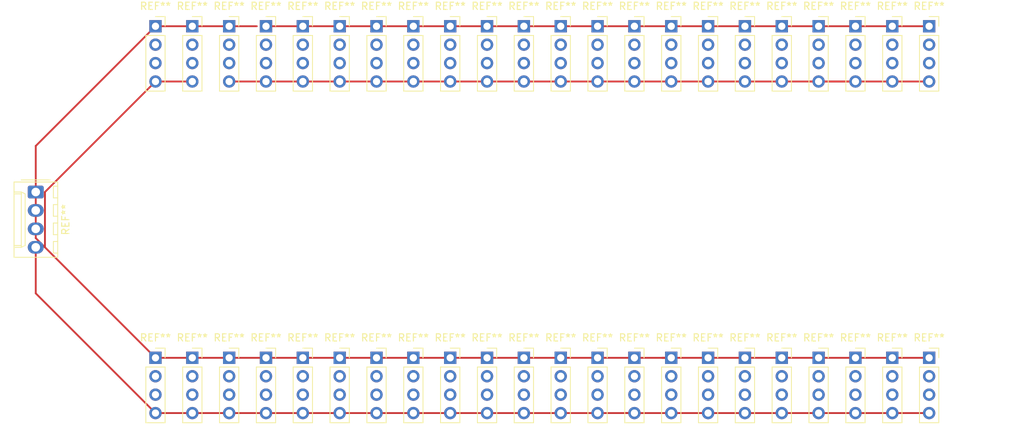
<source format=kicad_pcb>
(kicad_pcb (version 20171130) (host pcbnew "(5.1.8)-1")

  (general
    (thickness 1.6)
    (drawings 0)
    (tracks 93)
    (zones 0)
    (modules 45)
    (nets 1)
  )

  (page A4)
  (layers
    (0 F.Cu signal)
    (31 B.Cu signal)
    (32 B.Adhes user)
    (33 F.Adhes user)
    (34 B.Paste user)
    (35 F.Paste user)
    (36 B.SilkS user)
    (37 F.SilkS user)
    (38 B.Mask user)
    (39 F.Mask user)
    (40 Dwgs.User user)
    (41 Cmts.User user)
    (42 Eco1.User user)
    (43 Eco2.User user)
    (44 Edge.Cuts user)
    (45 Margin user)
    (46 B.CrtYd user)
    (47 F.CrtYd user)
    (48 B.Fab user)
    (49 F.Fab user)
  )

  (setup
    (last_trace_width 0.25)
    (trace_clearance 0.2)
    (zone_clearance 0.508)
    (zone_45_only no)
    (trace_min 0.2)
    (via_size 0.8)
    (via_drill 0.4)
    (via_min_size 0.4)
    (via_min_drill 0.3)
    (uvia_size 0.3)
    (uvia_drill 0.1)
    (uvias_allowed no)
    (uvia_min_size 0.2)
    (uvia_min_drill 0.1)
    (edge_width 0.05)
    (segment_width 0.2)
    (pcb_text_width 0.3)
    (pcb_text_size 1.5 1.5)
    (mod_edge_width 0.12)
    (mod_text_size 1 1)
    (mod_text_width 0.15)
    (pad_size 1.524 1.524)
    (pad_drill 0.762)
    (pad_to_mask_clearance 0)
    (aux_axis_origin 0 0)
    (visible_elements FFFFFF7F)
    (pcbplotparams
      (layerselection 0x010fc_ffffffff)
      (usegerberextensions false)
      (usegerberattributes true)
      (usegerberadvancedattributes true)
      (creategerberjobfile true)
      (excludeedgelayer true)
      (linewidth 0.100000)
      (plotframeref false)
      (viasonmask false)
      (mode 1)
      (useauxorigin false)
      (hpglpennumber 1)
      (hpglpenspeed 20)
      (hpglpendiameter 15.000000)
      (psnegative false)
      (psa4output false)
      (plotreference true)
      (plotvalue true)
      (plotinvisibletext false)
      (padsonsilk false)
      (subtractmaskfromsilk false)
      (outputformat 1)
      (mirror false)
      (drillshape 1)
      (scaleselection 1)
      (outputdirectory ""))
  )

  (net 0 "")

  (net_class Default "This is the default net class."
    (clearance 0.2)
    (trace_width 0.25)
    (via_dia 0.8)
    (via_drill 0.4)
    (uvia_dia 0.3)
    (uvia_drill 0.1)
  )

  (module Connector_Molex:Molex_KK-254_AE-6410-04A_1x04_P2.54mm_Vertical (layer F.Cu) (tedit 5EA53D3B) (tstamp 5FE4667F)
    (at 91.44 81.28 270)
    (descr "Molex KK-254 Interconnect System, old/engineering part number: AE-6410-04A example for new part number: 22-27-2041, 4 Pins (http://www.molex.com/pdm_docs/sd/022272021_sd.pdf), generated with kicad-footprint-generator")
    (tags "connector Molex KK-254 vertical")
    (fp_text reference REF** (at 3.81 -4.12 90) (layer F.SilkS)
      (effects (font (size 1 1) (thickness 0.15)))
    )
    (fp_text value Molex_KK-254_AE-6410-04A_1x04_P2.54mm_Vertical (at 3.81 4.08 90) (layer F.Fab)
      (effects (font (size 1 1) (thickness 0.15)))
    )
    (fp_text user %R (at 3.81 -2.22 90) (layer F.Fab)
      (effects (font (size 1 1) (thickness 0.15)))
    )
    (fp_line (start -1.27 -2.92) (end -1.27 2.88) (layer F.Fab) (width 0.1))
    (fp_line (start -1.27 2.88) (end 8.89 2.88) (layer F.Fab) (width 0.1))
    (fp_line (start 8.89 2.88) (end 8.89 -2.92) (layer F.Fab) (width 0.1))
    (fp_line (start 8.89 -2.92) (end -1.27 -2.92) (layer F.Fab) (width 0.1))
    (fp_line (start -1.38 -3.03) (end -1.38 2.99) (layer F.SilkS) (width 0.12))
    (fp_line (start -1.38 2.99) (end 9 2.99) (layer F.SilkS) (width 0.12))
    (fp_line (start 9 2.99) (end 9 -3.03) (layer F.SilkS) (width 0.12))
    (fp_line (start 9 -3.03) (end -1.38 -3.03) (layer F.SilkS) (width 0.12))
    (fp_line (start -1.67 -2) (end -1.67 2) (layer F.SilkS) (width 0.12))
    (fp_line (start -1.27 -0.5) (end -0.562893 0) (layer F.Fab) (width 0.1))
    (fp_line (start -0.562893 0) (end -1.27 0.5) (layer F.Fab) (width 0.1))
    (fp_line (start 0 2.99) (end 0 1.99) (layer F.SilkS) (width 0.12))
    (fp_line (start 0 1.99) (end 7.62 1.99) (layer F.SilkS) (width 0.12))
    (fp_line (start 7.62 1.99) (end 7.62 2.99) (layer F.SilkS) (width 0.12))
    (fp_line (start 0 1.99) (end 0.25 1.46) (layer F.SilkS) (width 0.12))
    (fp_line (start 0.25 1.46) (end 7.37 1.46) (layer F.SilkS) (width 0.12))
    (fp_line (start 7.37 1.46) (end 7.62 1.99) (layer F.SilkS) (width 0.12))
    (fp_line (start 0.25 2.99) (end 0.25 1.99) (layer F.SilkS) (width 0.12))
    (fp_line (start 7.37 2.99) (end 7.37 1.99) (layer F.SilkS) (width 0.12))
    (fp_line (start -0.8 -3.03) (end -0.8 -2.43) (layer F.SilkS) (width 0.12))
    (fp_line (start -0.8 -2.43) (end 0.8 -2.43) (layer F.SilkS) (width 0.12))
    (fp_line (start 0.8 -2.43) (end 0.8 -3.03) (layer F.SilkS) (width 0.12))
    (fp_line (start 1.74 -3.03) (end 1.74 -2.43) (layer F.SilkS) (width 0.12))
    (fp_line (start 1.74 -2.43) (end 3.34 -2.43) (layer F.SilkS) (width 0.12))
    (fp_line (start 3.34 -2.43) (end 3.34 -3.03) (layer F.SilkS) (width 0.12))
    (fp_line (start 4.28 -3.03) (end 4.28 -2.43) (layer F.SilkS) (width 0.12))
    (fp_line (start 4.28 -2.43) (end 5.88 -2.43) (layer F.SilkS) (width 0.12))
    (fp_line (start 5.88 -2.43) (end 5.88 -3.03) (layer F.SilkS) (width 0.12))
    (fp_line (start 6.82 -3.03) (end 6.82 -2.43) (layer F.SilkS) (width 0.12))
    (fp_line (start 6.82 -2.43) (end 8.42 -2.43) (layer F.SilkS) (width 0.12))
    (fp_line (start 8.42 -2.43) (end 8.42 -3.03) (layer F.SilkS) (width 0.12))
    (fp_line (start -1.77 -3.42) (end -1.77 3.38) (layer F.CrtYd) (width 0.05))
    (fp_line (start -1.77 3.38) (end 9.39 3.38) (layer F.CrtYd) (width 0.05))
    (fp_line (start 9.39 3.38) (end 9.39 -3.42) (layer F.CrtYd) (width 0.05))
    (fp_line (start 9.39 -3.42) (end -1.77 -3.42) (layer F.CrtYd) (width 0.05))
    (pad 4 thru_hole oval (at 7.62 0 270) (size 1.74 2.19) (drill 1.19) (layers *.Cu *.Mask))
    (pad 3 thru_hole oval (at 5.08 0 270) (size 1.74 2.19) (drill 1.19) (layers *.Cu *.Mask))
    (pad 2 thru_hole oval (at 2.54 0 270) (size 1.74 2.19) (drill 1.19) (layers *.Cu *.Mask))
    (pad 1 thru_hole roundrect (at 0 0 270) (size 1.74 2.19) (drill 1.19) (layers *.Cu *.Mask) (roundrect_rratio 0.143678))
    (model ${KISYS3DMOD}/Connector_Molex.3dshapes/Molex_KK-254_AE-6410-04A_1x04_P2.54mm_Vertical.wrl
      (at (xyz 0 0 0))
      (scale (xyz 1 1 1))
      (rotate (xyz 0 0 0))
    )
  )

  (module Connector_PinSocket_2.54mm:PinSocket_1x04_P2.54mm_Vertical (layer F.Cu) (tedit 5A19A429) (tstamp 5FE4495C)
    (at 107.95 58.42)
    (descr "Through hole straight socket strip, 1x04, 2.54mm pitch, single row (from Kicad 4.0.7), script generated")
    (tags "Through hole socket strip THT 1x04 2.54mm single row")
    (fp_text reference REF** (at 0 -2.77) (layer F.SilkS)
      (effects (font (size 1 1) (thickness 0.15)))
    )
    (fp_text value PinSocket_1x04_P2.54mm_Vertical (at 0 10.39) (layer F.Fab)
      (effects (font (size 1 1) (thickness 0.15)))
    )
    (fp_line (start -1.27 -1.27) (end 0.635 -1.27) (layer F.Fab) (width 0.1))
    (fp_line (start 0.635 -1.27) (end 1.27 -0.635) (layer F.Fab) (width 0.1))
    (fp_line (start 1.27 -0.635) (end 1.27 8.89) (layer F.Fab) (width 0.1))
    (fp_line (start 1.27 8.89) (end -1.27 8.89) (layer F.Fab) (width 0.1))
    (fp_line (start -1.27 8.89) (end -1.27 -1.27) (layer F.Fab) (width 0.1))
    (fp_line (start -1.33 1.27) (end 1.33 1.27) (layer F.SilkS) (width 0.12))
    (fp_line (start -1.33 1.27) (end -1.33 8.95) (layer F.SilkS) (width 0.12))
    (fp_line (start -1.33 8.95) (end 1.33 8.95) (layer F.SilkS) (width 0.12))
    (fp_line (start 1.33 1.27) (end 1.33 8.95) (layer F.SilkS) (width 0.12))
    (fp_line (start 1.33 -1.33) (end 1.33 0) (layer F.SilkS) (width 0.12))
    (fp_line (start 0 -1.33) (end 1.33 -1.33) (layer F.SilkS) (width 0.12))
    (fp_line (start -1.8 -1.8) (end 1.75 -1.8) (layer F.CrtYd) (width 0.05))
    (fp_line (start 1.75 -1.8) (end 1.75 9.4) (layer F.CrtYd) (width 0.05))
    (fp_line (start 1.75 9.4) (end -1.8 9.4) (layer F.CrtYd) (width 0.05))
    (fp_line (start -1.8 9.4) (end -1.8 -1.8) (layer F.CrtYd) (width 0.05))
    (fp_text user %R (at 0 3.81 90) (layer F.Fab)
      (effects (font (size 1 1) (thickness 0.15)))
    )
    (pad 4 thru_hole oval (at 0 7.62) (size 1.7 1.7) (drill 1) (layers *.Cu *.Mask))
    (pad 3 thru_hole oval (at 0 5.08) (size 1.7 1.7) (drill 1) (layers *.Cu *.Mask))
    (pad 2 thru_hole oval (at 0 2.54) (size 1.7 1.7) (drill 1) (layers *.Cu *.Mask))
    (pad 1 thru_hole rect (at 0 0) (size 1.7 1.7) (drill 1) (layers *.Cu *.Mask))
    (model ${KISYS3DMOD}/Connector_PinSocket_2.54mm.3dshapes/PinSocket_1x04_P2.54mm_Vertical.wrl
      (at (xyz 0 0 0))
      (scale (xyz 1 1 1))
      (rotate (xyz 0 0 0))
    )
  )

  (module Connector_PinSocket_2.54mm:PinSocket_1x04_P2.54mm_Vertical (layer F.Cu) (tedit 5A19A429) (tstamp 5FE44945)
    (at 214.63 58.42)
    (descr "Through hole straight socket strip, 1x04, 2.54mm pitch, single row (from Kicad 4.0.7), script generated")
    (tags "Through hole socket strip THT 1x04 2.54mm single row")
    (fp_text reference REF** (at 0 -2.77) (layer F.SilkS)
      (effects (font (size 1 1) (thickness 0.15)))
    )
    (fp_text value PinSocket_1x04_P2.54mm_Vertical (at 0 10.39) (layer F.Fab)
      (effects (font (size 1 1) (thickness 0.15)))
    )
    (fp_line (start -1.27 -1.27) (end 0.635 -1.27) (layer F.Fab) (width 0.1))
    (fp_line (start 0.635 -1.27) (end 1.27 -0.635) (layer F.Fab) (width 0.1))
    (fp_line (start 1.27 -0.635) (end 1.27 8.89) (layer F.Fab) (width 0.1))
    (fp_line (start 1.27 8.89) (end -1.27 8.89) (layer F.Fab) (width 0.1))
    (fp_line (start -1.27 8.89) (end -1.27 -1.27) (layer F.Fab) (width 0.1))
    (fp_line (start -1.33 1.27) (end 1.33 1.27) (layer F.SilkS) (width 0.12))
    (fp_line (start -1.33 1.27) (end -1.33 8.95) (layer F.SilkS) (width 0.12))
    (fp_line (start -1.33 8.95) (end 1.33 8.95) (layer F.SilkS) (width 0.12))
    (fp_line (start 1.33 1.27) (end 1.33 8.95) (layer F.SilkS) (width 0.12))
    (fp_line (start 1.33 -1.33) (end 1.33 0) (layer F.SilkS) (width 0.12))
    (fp_line (start 0 -1.33) (end 1.33 -1.33) (layer F.SilkS) (width 0.12))
    (fp_line (start -1.8 -1.8) (end 1.75 -1.8) (layer F.CrtYd) (width 0.05))
    (fp_line (start 1.75 -1.8) (end 1.75 9.4) (layer F.CrtYd) (width 0.05))
    (fp_line (start 1.75 9.4) (end -1.8 9.4) (layer F.CrtYd) (width 0.05))
    (fp_line (start -1.8 9.4) (end -1.8 -1.8) (layer F.CrtYd) (width 0.05))
    (fp_text user %R (at 0 3.81 90) (layer F.Fab)
      (effects (font (size 1 1) (thickness 0.15)))
    )
    (pad 4 thru_hole oval (at 0 7.62) (size 1.7 1.7) (drill 1) (layers *.Cu *.Mask))
    (pad 3 thru_hole oval (at 0 5.08) (size 1.7 1.7) (drill 1) (layers *.Cu *.Mask))
    (pad 2 thru_hole oval (at 0 2.54) (size 1.7 1.7) (drill 1) (layers *.Cu *.Mask))
    (pad 1 thru_hole rect (at 0 0) (size 1.7 1.7) (drill 1) (layers *.Cu *.Mask))
    (model ${KISYS3DMOD}/Connector_PinSocket_2.54mm.3dshapes/PinSocket_1x04_P2.54mm_Vertical.wrl
      (at (xyz 0 0 0))
      (scale (xyz 1 1 1))
      (rotate (xyz 0 0 0))
    )
  )

  (module Connector_PinSocket_2.54mm:PinSocket_1x04_P2.54mm_Vertical (layer F.Cu) (tedit 5A19A429) (tstamp 5FE4492E)
    (at 204.47 58.42)
    (descr "Through hole straight socket strip, 1x04, 2.54mm pitch, single row (from Kicad 4.0.7), script generated")
    (tags "Through hole socket strip THT 1x04 2.54mm single row")
    (fp_text reference REF** (at 0 -2.77) (layer F.SilkS)
      (effects (font (size 1 1) (thickness 0.15)))
    )
    (fp_text value PinSocket_1x04_P2.54mm_Vertical (at 0 10.39) (layer F.Fab)
      (effects (font (size 1 1) (thickness 0.15)))
    )
    (fp_line (start -1.27 -1.27) (end 0.635 -1.27) (layer F.Fab) (width 0.1))
    (fp_line (start 0.635 -1.27) (end 1.27 -0.635) (layer F.Fab) (width 0.1))
    (fp_line (start 1.27 -0.635) (end 1.27 8.89) (layer F.Fab) (width 0.1))
    (fp_line (start 1.27 8.89) (end -1.27 8.89) (layer F.Fab) (width 0.1))
    (fp_line (start -1.27 8.89) (end -1.27 -1.27) (layer F.Fab) (width 0.1))
    (fp_line (start -1.33 1.27) (end 1.33 1.27) (layer F.SilkS) (width 0.12))
    (fp_line (start -1.33 1.27) (end -1.33 8.95) (layer F.SilkS) (width 0.12))
    (fp_line (start -1.33 8.95) (end 1.33 8.95) (layer F.SilkS) (width 0.12))
    (fp_line (start 1.33 1.27) (end 1.33 8.95) (layer F.SilkS) (width 0.12))
    (fp_line (start 1.33 -1.33) (end 1.33 0) (layer F.SilkS) (width 0.12))
    (fp_line (start 0 -1.33) (end 1.33 -1.33) (layer F.SilkS) (width 0.12))
    (fp_line (start -1.8 -1.8) (end 1.75 -1.8) (layer F.CrtYd) (width 0.05))
    (fp_line (start 1.75 -1.8) (end 1.75 9.4) (layer F.CrtYd) (width 0.05))
    (fp_line (start 1.75 9.4) (end -1.8 9.4) (layer F.CrtYd) (width 0.05))
    (fp_line (start -1.8 9.4) (end -1.8 -1.8) (layer F.CrtYd) (width 0.05))
    (fp_text user %R (at 0 3.81 90) (layer F.Fab)
      (effects (font (size 1 1) (thickness 0.15)))
    )
    (pad 4 thru_hole oval (at 0 7.62) (size 1.7 1.7) (drill 1) (layers *.Cu *.Mask))
    (pad 3 thru_hole oval (at 0 5.08) (size 1.7 1.7) (drill 1) (layers *.Cu *.Mask))
    (pad 2 thru_hole oval (at 0 2.54) (size 1.7 1.7) (drill 1) (layers *.Cu *.Mask))
    (pad 1 thru_hole rect (at 0 0) (size 1.7 1.7) (drill 1) (layers *.Cu *.Mask))
    (model ${KISYS3DMOD}/Connector_PinSocket_2.54mm.3dshapes/PinSocket_1x04_P2.54mm_Vertical.wrl
      (at (xyz 0 0 0))
      (scale (xyz 1 1 1))
      (rotate (xyz 0 0 0))
    )
  )

  (module Connector_PinSocket_2.54mm:PinSocket_1x04_P2.54mm_Vertical (layer F.Cu) (tedit 5A19A429) (tstamp 5FE44917)
    (at 199.39 58.42)
    (descr "Through hole straight socket strip, 1x04, 2.54mm pitch, single row (from Kicad 4.0.7), script generated")
    (tags "Through hole socket strip THT 1x04 2.54mm single row")
    (fp_text reference REF** (at 0 -2.77) (layer F.SilkS)
      (effects (font (size 1 1) (thickness 0.15)))
    )
    (fp_text value PinSocket_1x04_P2.54mm_Vertical (at 0 10.39) (layer F.Fab)
      (effects (font (size 1 1) (thickness 0.15)))
    )
    (fp_line (start -1.27 -1.27) (end 0.635 -1.27) (layer F.Fab) (width 0.1))
    (fp_line (start 0.635 -1.27) (end 1.27 -0.635) (layer F.Fab) (width 0.1))
    (fp_line (start 1.27 -0.635) (end 1.27 8.89) (layer F.Fab) (width 0.1))
    (fp_line (start 1.27 8.89) (end -1.27 8.89) (layer F.Fab) (width 0.1))
    (fp_line (start -1.27 8.89) (end -1.27 -1.27) (layer F.Fab) (width 0.1))
    (fp_line (start -1.33 1.27) (end 1.33 1.27) (layer F.SilkS) (width 0.12))
    (fp_line (start -1.33 1.27) (end -1.33 8.95) (layer F.SilkS) (width 0.12))
    (fp_line (start -1.33 8.95) (end 1.33 8.95) (layer F.SilkS) (width 0.12))
    (fp_line (start 1.33 1.27) (end 1.33 8.95) (layer F.SilkS) (width 0.12))
    (fp_line (start 1.33 -1.33) (end 1.33 0) (layer F.SilkS) (width 0.12))
    (fp_line (start 0 -1.33) (end 1.33 -1.33) (layer F.SilkS) (width 0.12))
    (fp_line (start -1.8 -1.8) (end 1.75 -1.8) (layer F.CrtYd) (width 0.05))
    (fp_line (start 1.75 -1.8) (end 1.75 9.4) (layer F.CrtYd) (width 0.05))
    (fp_line (start 1.75 9.4) (end -1.8 9.4) (layer F.CrtYd) (width 0.05))
    (fp_line (start -1.8 9.4) (end -1.8 -1.8) (layer F.CrtYd) (width 0.05))
    (fp_text user %R (at 0 3.81 90) (layer F.Fab)
      (effects (font (size 1 1) (thickness 0.15)))
    )
    (pad 4 thru_hole oval (at 0 7.62) (size 1.7 1.7) (drill 1) (layers *.Cu *.Mask))
    (pad 3 thru_hole oval (at 0 5.08) (size 1.7 1.7) (drill 1) (layers *.Cu *.Mask))
    (pad 2 thru_hole oval (at 0 2.54) (size 1.7 1.7) (drill 1) (layers *.Cu *.Mask))
    (pad 1 thru_hole rect (at 0 0) (size 1.7 1.7) (drill 1) (layers *.Cu *.Mask))
    (model ${KISYS3DMOD}/Connector_PinSocket_2.54mm.3dshapes/PinSocket_1x04_P2.54mm_Vertical.wrl
      (at (xyz 0 0 0))
      (scale (xyz 1 1 1))
      (rotate (xyz 0 0 0))
    )
  )

  (module Connector_PinSocket_2.54mm:PinSocket_1x04_P2.54mm_Vertical (layer F.Cu) (tedit 5A19A429) (tstamp 5FE44900)
    (at 194.31 58.42)
    (descr "Through hole straight socket strip, 1x04, 2.54mm pitch, single row (from Kicad 4.0.7), script generated")
    (tags "Through hole socket strip THT 1x04 2.54mm single row")
    (fp_text reference REF** (at 0 -2.77) (layer F.SilkS)
      (effects (font (size 1 1) (thickness 0.15)))
    )
    (fp_text value PinSocket_1x04_P2.54mm_Vertical (at 0 10.39) (layer F.Fab)
      (effects (font (size 1 1) (thickness 0.15)))
    )
    (fp_line (start -1.27 -1.27) (end 0.635 -1.27) (layer F.Fab) (width 0.1))
    (fp_line (start 0.635 -1.27) (end 1.27 -0.635) (layer F.Fab) (width 0.1))
    (fp_line (start 1.27 -0.635) (end 1.27 8.89) (layer F.Fab) (width 0.1))
    (fp_line (start 1.27 8.89) (end -1.27 8.89) (layer F.Fab) (width 0.1))
    (fp_line (start -1.27 8.89) (end -1.27 -1.27) (layer F.Fab) (width 0.1))
    (fp_line (start -1.33 1.27) (end 1.33 1.27) (layer F.SilkS) (width 0.12))
    (fp_line (start -1.33 1.27) (end -1.33 8.95) (layer F.SilkS) (width 0.12))
    (fp_line (start -1.33 8.95) (end 1.33 8.95) (layer F.SilkS) (width 0.12))
    (fp_line (start 1.33 1.27) (end 1.33 8.95) (layer F.SilkS) (width 0.12))
    (fp_line (start 1.33 -1.33) (end 1.33 0) (layer F.SilkS) (width 0.12))
    (fp_line (start 0 -1.33) (end 1.33 -1.33) (layer F.SilkS) (width 0.12))
    (fp_line (start -1.8 -1.8) (end 1.75 -1.8) (layer F.CrtYd) (width 0.05))
    (fp_line (start 1.75 -1.8) (end 1.75 9.4) (layer F.CrtYd) (width 0.05))
    (fp_line (start 1.75 9.4) (end -1.8 9.4) (layer F.CrtYd) (width 0.05))
    (fp_line (start -1.8 9.4) (end -1.8 -1.8) (layer F.CrtYd) (width 0.05))
    (fp_text user %R (at 0 3.81 90) (layer F.Fab)
      (effects (font (size 1 1) (thickness 0.15)))
    )
    (pad 4 thru_hole oval (at 0 7.62) (size 1.7 1.7) (drill 1) (layers *.Cu *.Mask))
    (pad 3 thru_hole oval (at 0 5.08) (size 1.7 1.7) (drill 1) (layers *.Cu *.Mask))
    (pad 2 thru_hole oval (at 0 2.54) (size 1.7 1.7) (drill 1) (layers *.Cu *.Mask))
    (pad 1 thru_hole rect (at 0 0) (size 1.7 1.7) (drill 1) (layers *.Cu *.Mask))
    (model ${KISYS3DMOD}/Connector_PinSocket_2.54mm.3dshapes/PinSocket_1x04_P2.54mm_Vertical.wrl
      (at (xyz 0 0 0))
      (scale (xyz 1 1 1))
      (rotate (xyz 0 0 0))
    )
  )

  (module Connector_PinSocket_2.54mm:PinSocket_1x04_P2.54mm_Vertical (layer F.Cu) (tedit 5A19A429) (tstamp 5FE448E9)
    (at 143.51 58.42)
    (descr "Through hole straight socket strip, 1x04, 2.54mm pitch, single row (from Kicad 4.0.7), script generated")
    (tags "Through hole socket strip THT 1x04 2.54mm single row")
    (fp_text reference REF** (at 0 -2.77) (layer F.SilkS)
      (effects (font (size 1 1) (thickness 0.15)))
    )
    (fp_text value PinSocket_1x04_P2.54mm_Vertical (at 0 10.39) (layer F.Fab)
      (effects (font (size 1 1) (thickness 0.15)))
    )
    (fp_line (start -1.27 -1.27) (end 0.635 -1.27) (layer F.Fab) (width 0.1))
    (fp_line (start 0.635 -1.27) (end 1.27 -0.635) (layer F.Fab) (width 0.1))
    (fp_line (start 1.27 -0.635) (end 1.27 8.89) (layer F.Fab) (width 0.1))
    (fp_line (start 1.27 8.89) (end -1.27 8.89) (layer F.Fab) (width 0.1))
    (fp_line (start -1.27 8.89) (end -1.27 -1.27) (layer F.Fab) (width 0.1))
    (fp_line (start -1.33 1.27) (end 1.33 1.27) (layer F.SilkS) (width 0.12))
    (fp_line (start -1.33 1.27) (end -1.33 8.95) (layer F.SilkS) (width 0.12))
    (fp_line (start -1.33 8.95) (end 1.33 8.95) (layer F.SilkS) (width 0.12))
    (fp_line (start 1.33 1.27) (end 1.33 8.95) (layer F.SilkS) (width 0.12))
    (fp_line (start 1.33 -1.33) (end 1.33 0) (layer F.SilkS) (width 0.12))
    (fp_line (start 0 -1.33) (end 1.33 -1.33) (layer F.SilkS) (width 0.12))
    (fp_line (start -1.8 -1.8) (end 1.75 -1.8) (layer F.CrtYd) (width 0.05))
    (fp_line (start 1.75 -1.8) (end 1.75 9.4) (layer F.CrtYd) (width 0.05))
    (fp_line (start 1.75 9.4) (end -1.8 9.4) (layer F.CrtYd) (width 0.05))
    (fp_line (start -1.8 9.4) (end -1.8 -1.8) (layer F.CrtYd) (width 0.05))
    (fp_text user %R (at 0 3.81 90) (layer F.Fab)
      (effects (font (size 1 1) (thickness 0.15)))
    )
    (pad 4 thru_hole oval (at 0 7.62) (size 1.7 1.7) (drill 1) (layers *.Cu *.Mask))
    (pad 3 thru_hole oval (at 0 5.08) (size 1.7 1.7) (drill 1) (layers *.Cu *.Mask))
    (pad 2 thru_hole oval (at 0 2.54) (size 1.7 1.7) (drill 1) (layers *.Cu *.Mask))
    (pad 1 thru_hole rect (at 0 0) (size 1.7 1.7) (drill 1) (layers *.Cu *.Mask))
    (model ${KISYS3DMOD}/Connector_PinSocket_2.54mm.3dshapes/PinSocket_1x04_P2.54mm_Vertical.wrl
      (at (xyz 0 0 0))
      (scale (xyz 1 1 1))
      (rotate (xyz 0 0 0))
    )
  )

  (module Connector_PinSocket_2.54mm:PinSocket_1x04_P2.54mm_Vertical (layer F.Cu) (tedit 5A19A429) (tstamp 5FE448D2)
    (at 184.15 58.42)
    (descr "Through hole straight socket strip, 1x04, 2.54mm pitch, single row (from Kicad 4.0.7), script generated")
    (tags "Through hole socket strip THT 1x04 2.54mm single row")
    (fp_text reference REF** (at 0 -2.77) (layer F.SilkS)
      (effects (font (size 1 1) (thickness 0.15)))
    )
    (fp_text value PinSocket_1x04_P2.54mm_Vertical (at 0 10.39) (layer F.Fab)
      (effects (font (size 1 1) (thickness 0.15)))
    )
    (fp_line (start -1.27 -1.27) (end 0.635 -1.27) (layer F.Fab) (width 0.1))
    (fp_line (start 0.635 -1.27) (end 1.27 -0.635) (layer F.Fab) (width 0.1))
    (fp_line (start 1.27 -0.635) (end 1.27 8.89) (layer F.Fab) (width 0.1))
    (fp_line (start 1.27 8.89) (end -1.27 8.89) (layer F.Fab) (width 0.1))
    (fp_line (start -1.27 8.89) (end -1.27 -1.27) (layer F.Fab) (width 0.1))
    (fp_line (start -1.33 1.27) (end 1.33 1.27) (layer F.SilkS) (width 0.12))
    (fp_line (start -1.33 1.27) (end -1.33 8.95) (layer F.SilkS) (width 0.12))
    (fp_line (start -1.33 8.95) (end 1.33 8.95) (layer F.SilkS) (width 0.12))
    (fp_line (start 1.33 1.27) (end 1.33 8.95) (layer F.SilkS) (width 0.12))
    (fp_line (start 1.33 -1.33) (end 1.33 0) (layer F.SilkS) (width 0.12))
    (fp_line (start 0 -1.33) (end 1.33 -1.33) (layer F.SilkS) (width 0.12))
    (fp_line (start -1.8 -1.8) (end 1.75 -1.8) (layer F.CrtYd) (width 0.05))
    (fp_line (start 1.75 -1.8) (end 1.75 9.4) (layer F.CrtYd) (width 0.05))
    (fp_line (start 1.75 9.4) (end -1.8 9.4) (layer F.CrtYd) (width 0.05))
    (fp_line (start -1.8 9.4) (end -1.8 -1.8) (layer F.CrtYd) (width 0.05))
    (fp_text user %R (at 0 3.81 90) (layer F.Fab)
      (effects (font (size 1 1) (thickness 0.15)))
    )
    (pad 4 thru_hole oval (at 0 7.62) (size 1.7 1.7) (drill 1) (layers *.Cu *.Mask))
    (pad 3 thru_hole oval (at 0 5.08) (size 1.7 1.7) (drill 1) (layers *.Cu *.Mask))
    (pad 2 thru_hole oval (at 0 2.54) (size 1.7 1.7) (drill 1) (layers *.Cu *.Mask))
    (pad 1 thru_hole rect (at 0 0) (size 1.7 1.7) (drill 1) (layers *.Cu *.Mask))
    (model ${KISYS3DMOD}/Connector_PinSocket_2.54mm.3dshapes/PinSocket_1x04_P2.54mm_Vertical.wrl
      (at (xyz 0 0 0))
      (scale (xyz 1 1 1))
      (rotate (xyz 0 0 0))
    )
  )

  (module Connector_PinSocket_2.54mm:PinSocket_1x04_P2.54mm_Vertical (layer F.Cu) (tedit 5A19A429) (tstamp 5FE448BB)
    (at 148.59 58.42)
    (descr "Through hole straight socket strip, 1x04, 2.54mm pitch, single row (from Kicad 4.0.7), script generated")
    (tags "Through hole socket strip THT 1x04 2.54mm single row")
    (fp_text reference REF** (at 0 -2.77) (layer F.SilkS)
      (effects (font (size 1 1) (thickness 0.15)))
    )
    (fp_text value PinSocket_1x04_P2.54mm_Vertical (at 0 10.39) (layer F.Fab)
      (effects (font (size 1 1) (thickness 0.15)))
    )
    (fp_line (start -1.27 -1.27) (end 0.635 -1.27) (layer F.Fab) (width 0.1))
    (fp_line (start 0.635 -1.27) (end 1.27 -0.635) (layer F.Fab) (width 0.1))
    (fp_line (start 1.27 -0.635) (end 1.27 8.89) (layer F.Fab) (width 0.1))
    (fp_line (start 1.27 8.89) (end -1.27 8.89) (layer F.Fab) (width 0.1))
    (fp_line (start -1.27 8.89) (end -1.27 -1.27) (layer F.Fab) (width 0.1))
    (fp_line (start -1.33 1.27) (end 1.33 1.27) (layer F.SilkS) (width 0.12))
    (fp_line (start -1.33 1.27) (end -1.33 8.95) (layer F.SilkS) (width 0.12))
    (fp_line (start -1.33 8.95) (end 1.33 8.95) (layer F.SilkS) (width 0.12))
    (fp_line (start 1.33 1.27) (end 1.33 8.95) (layer F.SilkS) (width 0.12))
    (fp_line (start 1.33 -1.33) (end 1.33 0) (layer F.SilkS) (width 0.12))
    (fp_line (start 0 -1.33) (end 1.33 -1.33) (layer F.SilkS) (width 0.12))
    (fp_line (start -1.8 -1.8) (end 1.75 -1.8) (layer F.CrtYd) (width 0.05))
    (fp_line (start 1.75 -1.8) (end 1.75 9.4) (layer F.CrtYd) (width 0.05))
    (fp_line (start 1.75 9.4) (end -1.8 9.4) (layer F.CrtYd) (width 0.05))
    (fp_line (start -1.8 9.4) (end -1.8 -1.8) (layer F.CrtYd) (width 0.05))
    (fp_text user %R (at 0 3.81 90) (layer F.Fab)
      (effects (font (size 1 1) (thickness 0.15)))
    )
    (pad 4 thru_hole oval (at 0 7.62) (size 1.7 1.7) (drill 1) (layers *.Cu *.Mask))
    (pad 3 thru_hole oval (at 0 5.08) (size 1.7 1.7) (drill 1) (layers *.Cu *.Mask))
    (pad 2 thru_hole oval (at 0 2.54) (size 1.7 1.7) (drill 1) (layers *.Cu *.Mask))
    (pad 1 thru_hole rect (at 0 0) (size 1.7 1.7) (drill 1) (layers *.Cu *.Mask))
    (model ${KISYS3DMOD}/Connector_PinSocket_2.54mm.3dshapes/PinSocket_1x04_P2.54mm_Vertical.wrl
      (at (xyz 0 0 0))
      (scale (xyz 1 1 1))
      (rotate (xyz 0 0 0))
    )
  )

  (module Connector_PinSocket_2.54mm:PinSocket_1x04_P2.54mm_Vertical (layer F.Cu) (tedit 5A19A429) (tstamp 5FE448A4)
    (at 158.75 58.42)
    (descr "Through hole straight socket strip, 1x04, 2.54mm pitch, single row (from Kicad 4.0.7), script generated")
    (tags "Through hole socket strip THT 1x04 2.54mm single row")
    (fp_text reference REF** (at 0 -2.77) (layer F.SilkS)
      (effects (font (size 1 1) (thickness 0.15)))
    )
    (fp_text value PinSocket_1x04_P2.54mm_Vertical (at 0 10.39) (layer F.Fab)
      (effects (font (size 1 1) (thickness 0.15)))
    )
    (fp_line (start -1.27 -1.27) (end 0.635 -1.27) (layer F.Fab) (width 0.1))
    (fp_line (start 0.635 -1.27) (end 1.27 -0.635) (layer F.Fab) (width 0.1))
    (fp_line (start 1.27 -0.635) (end 1.27 8.89) (layer F.Fab) (width 0.1))
    (fp_line (start 1.27 8.89) (end -1.27 8.89) (layer F.Fab) (width 0.1))
    (fp_line (start -1.27 8.89) (end -1.27 -1.27) (layer F.Fab) (width 0.1))
    (fp_line (start -1.33 1.27) (end 1.33 1.27) (layer F.SilkS) (width 0.12))
    (fp_line (start -1.33 1.27) (end -1.33 8.95) (layer F.SilkS) (width 0.12))
    (fp_line (start -1.33 8.95) (end 1.33 8.95) (layer F.SilkS) (width 0.12))
    (fp_line (start 1.33 1.27) (end 1.33 8.95) (layer F.SilkS) (width 0.12))
    (fp_line (start 1.33 -1.33) (end 1.33 0) (layer F.SilkS) (width 0.12))
    (fp_line (start 0 -1.33) (end 1.33 -1.33) (layer F.SilkS) (width 0.12))
    (fp_line (start -1.8 -1.8) (end 1.75 -1.8) (layer F.CrtYd) (width 0.05))
    (fp_line (start 1.75 -1.8) (end 1.75 9.4) (layer F.CrtYd) (width 0.05))
    (fp_line (start 1.75 9.4) (end -1.8 9.4) (layer F.CrtYd) (width 0.05))
    (fp_line (start -1.8 9.4) (end -1.8 -1.8) (layer F.CrtYd) (width 0.05))
    (fp_text user %R (at 0 3.81 90) (layer F.Fab)
      (effects (font (size 1 1) (thickness 0.15)))
    )
    (pad 4 thru_hole oval (at 0 7.62) (size 1.7 1.7) (drill 1) (layers *.Cu *.Mask))
    (pad 3 thru_hole oval (at 0 5.08) (size 1.7 1.7) (drill 1) (layers *.Cu *.Mask))
    (pad 2 thru_hole oval (at 0 2.54) (size 1.7 1.7) (drill 1) (layers *.Cu *.Mask))
    (pad 1 thru_hole rect (at 0 0) (size 1.7 1.7) (drill 1) (layers *.Cu *.Mask))
    (model ${KISYS3DMOD}/Connector_PinSocket_2.54mm.3dshapes/PinSocket_1x04_P2.54mm_Vertical.wrl
      (at (xyz 0 0 0))
      (scale (xyz 1 1 1))
      (rotate (xyz 0 0 0))
    )
  )

  (module Connector_PinSocket_2.54mm:PinSocket_1x04_P2.54mm_Vertical (layer F.Cu) (tedit 5A19A429) (tstamp 5FE4488D)
    (at 153.67 58.42)
    (descr "Through hole straight socket strip, 1x04, 2.54mm pitch, single row (from Kicad 4.0.7), script generated")
    (tags "Through hole socket strip THT 1x04 2.54mm single row")
    (fp_text reference REF** (at 0 -2.77) (layer F.SilkS)
      (effects (font (size 1 1) (thickness 0.15)))
    )
    (fp_text value PinSocket_1x04_P2.54mm_Vertical (at 0 10.39) (layer F.Fab)
      (effects (font (size 1 1) (thickness 0.15)))
    )
    (fp_line (start -1.27 -1.27) (end 0.635 -1.27) (layer F.Fab) (width 0.1))
    (fp_line (start 0.635 -1.27) (end 1.27 -0.635) (layer F.Fab) (width 0.1))
    (fp_line (start 1.27 -0.635) (end 1.27 8.89) (layer F.Fab) (width 0.1))
    (fp_line (start 1.27 8.89) (end -1.27 8.89) (layer F.Fab) (width 0.1))
    (fp_line (start -1.27 8.89) (end -1.27 -1.27) (layer F.Fab) (width 0.1))
    (fp_line (start -1.33 1.27) (end 1.33 1.27) (layer F.SilkS) (width 0.12))
    (fp_line (start -1.33 1.27) (end -1.33 8.95) (layer F.SilkS) (width 0.12))
    (fp_line (start -1.33 8.95) (end 1.33 8.95) (layer F.SilkS) (width 0.12))
    (fp_line (start 1.33 1.27) (end 1.33 8.95) (layer F.SilkS) (width 0.12))
    (fp_line (start 1.33 -1.33) (end 1.33 0) (layer F.SilkS) (width 0.12))
    (fp_line (start 0 -1.33) (end 1.33 -1.33) (layer F.SilkS) (width 0.12))
    (fp_line (start -1.8 -1.8) (end 1.75 -1.8) (layer F.CrtYd) (width 0.05))
    (fp_line (start 1.75 -1.8) (end 1.75 9.4) (layer F.CrtYd) (width 0.05))
    (fp_line (start 1.75 9.4) (end -1.8 9.4) (layer F.CrtYd) (width 0.05))
    (fp_line (start -1.8 9.4) (end -1.8 -1.8) (layer F.CrtYd) (width 0.05))
    (fp_text user %R (at 0 3.81 90) (layer F.Fab)
      (effects (font (size 1 1) (thickness 0.15)))
    )
    (pad 4 thru_hole oval (at 0 7.62) (size 1.7 1.7) (drill 1) (layers *.Cu *.Mask))
    (pad 3 thru_hole oval (at 0 5.08) (size 1.7 1.7) (drill 1) (layers *.Cu *.Mask))
    (pad 2 thru_hole oval (at 0 2.54) (size 1.7 1.7) (drill 1) (layers *.Cu *.Mask))
    (pad 1 thru_hole rect (at 0 0) (size 1.7 1.7) (drill 1) (layers *.Cu *.Mask))
    (model ${KISYS3DMOD}/Connector_PinSocket_2.54mm.3dshapes/PinSocket_1x04_P2.54mm_Vertical.wrl
      (at (xyz 0 0 0))
      (scale (xyz 1 1 1))
      (rotate (xyz 0 0 0))
    )
  )

  (module Connector_PinSocket_2.54mm:PinSocket_1x04_P2.54mm_Vertical (layer F.Cu) (tedit 5A19A429) (tstamp 5FE44876)
    (at 138.43 58.42)
    (descr "Through hole straight socket strip, 1x04, 2.54mm pitch, single row (from Kicad 4.0.7), script generated")
    (tags "Through hole socket strip THT 1x04 2.54mm single row")
    (fp_text reference REF** (at 0 -2.77) (layer F.SilkS)
      (effects (font (size 1 1) (thickness 0.15)))
    )
    (fp_text value PinSocket_1x04_P2.54mm_Vertical (at 0 10.39) (layer F.Fab)
      (effects (font (size 1 1) (thickness 0.15)))
    )
    (fp_line (start -1.27 -1.27) (end 0.635 -1.27) (layer F.Fab) (width 0.1))
    (fp_line (start 0.635 -1.27) (end 1.27 -0.635) (layer F.Fab) (width 0.1))
    (fp_line (start 1.27 -0.635) (end 1.27 8.89) (layer F.Fab) (width 0.1))
    (fp_line (start 1.27 8.89) (end -1.27 8.89) (layer F.Fab) (width 0.1))
    (fp_line (start -1.27 8.89) (end -1.27 -1.27) (layer F.Fab) (width 0.1))
    (fp_line (start -1.33 1.27) (end 1.33 1.27) (layer F.SilkS) (width 0.12))
    (fp_line (start -1.33 1.27) (end -1.33 8.95) (layer F.SilkS) (width 0.12))
    (fp_line (start -1.33 8.95) (end 1.33 8.95) (layer F.SilkS) (width 0.12))
    (fp_line (start 1.33 1.27) (end 1.33 8.95) (layer F.SilkS) (width 0.12))
    (fp_line (start 1.33 -1.33) (end 1.33 0) (layer F.SilkS) (width 0.12))
    (fp_line (start 0 -1.33) (end 1.33 -1.33) (layer F.SilkS) (width 0.12))
    (fp_line (start -1.8 -1.8) (end 1.75 -1.8) (layer F.CrtYd) (width 0.05))
    (fp_line (start 1.75 -1.8) (end 1.75 9.4) (layer F.CrtYd) (width 0.05))
    (fp_line (start 1.75 9.4) (end -1.8 9.4) (layer F.CrtYd) (width 0.05))
    (fp_line (start -1.8 9.4) (end -1.8 -1.8) (layer F.CrtYd) (width 0.05))
    (fp_text user %R (at 0 3.81 90) (layer F.Fab)
      (effects (font (size 1 1) (thickness 0.15)))
    )
    (pad 4 thru_hole oval (at 0 7.62) (size 1.7 1.7) (drill 1) (layers *.Cu *.Mask))
    (pad 3 thru_hole oval (at 0 5.08) (size 1.7 1.7) (drill 1) (layers *.Cu *.Mask))
    (pad 2 thru_hole oval (at 0 2.54) (size 1.7 1.7) (drill 1) (layers *.Cu *.Mask))
    (pad 1 thru_hole rect (at 0 0) (size 1.7 1.7) (drill 1) (layers *.Cu *.Mask))
    (model ${KISYS3DMOD}/Connector_PinSocket_2.54mm.3dshapes/PinSocket_1x04_P2.54mm_Vertical.wrl
      (at (xyz 0 0 0))
      (scale (xyz 1 1 1))
      (rotate (xyz 0 0 0))
    )
  )

  (module Connector_PinSocket_2.54mm:PinSocket_1x04_P2.54mm_Vertical (layer F.Cu) (tedit 5A19A429) (tstamp 5FE4485F)
    (at 173.99 58.42)
    (descr "Through hole straight socket strip, 1x04, 2.54mm pitch, single row (from Kicad 4.0.7), script generated")
    (tags "Through hole socket strip THT 1x04 2.54mm single row")
    (fp_text reference REF** (at 0 -2.77) (layer F.SilkS)
      (effects (font (size 1 1) (thickness 0.15)))
    )
    (fp_text value PinSocket_1x04_P2.54mm_Vertical (at 0 10.39) (layer F.Fab)
      (effects (font (size 1 1) (thickness 0.15)))
    )
    (fp_line (start -1.27 -1.27) (end 0.635 -1.27) (layer F.Fab) (width 0.1))
    (fp_line (start 0.635 -1.27) (end 1.27 -0.635) (layer F.Fab) (width 0.1))
    (fp_line (start 1.27 -0.635) (end 1.27 8.89) (layer F.Fab) (width 0.1))
    (fp_line (start 1.27 8.89) (end -1.27 8.89) (layer F.Fab) (width 0.1))
    (fp_line (start -1.27 8.89) (end -1.27 -1.27) (layer F.Fab) (width 0.1))
    (fp_line (start -1.33 1.27) (end 1.33 1.27) (layer F.SilkS) (width 0.12))
    (fp_line (start -1.33 1.27) (end -1.33 8.95) (layer F.SilkS) (width 0.12))
    (fp_line (start -1.33 8.95) (end 1.33 8.95) (layer F.SilkS) (width 0.12))
    (fp_line (start 1.33 1.27) (end 1.33 8.95) (layer F.SilkS) (width 0.12))
    (fp_line (start 1.33 -1.33) (end 1.33 0) (layer F.SilkS) (width 0.12))
    (fp_line (start 0 -1.33) (end 1.33 -1.33) (layer F.SilkS) (width 0.12))
    (fp_line (start -1.8 -1.8) (end 1.75 -1.8) (layer F.CrtYd) (width 0.05))
    (fp_line (start 1.75 -1.8) (end 1.75 9.4) (layer F.CrtYd) (width 0.05))
    (fp_line (start 1.75 9.4) (end -1.8 9.4) (layer F.CrtYd) (width 0.05))
    (fp_line (start -1.8 9.4) (end -1.8 -1.8) (layer F.CrtYd) (width 0.05))
    (fp_text user %R (at 0 3.81 90) (layer F.Fab)
      (effects (font (size 1 1) (thickness 0.15)))
    )
    (pad 4 thru_hole oval (at 0 7.62) (size 1.7 1.7) (drill 1) (layers *.Cu *.Mask))
    (pad 3 thru_hole oval (at 0 5.08) (size 1.7 1.7) (drill 1) (layers *.Cu *.Mask))
    (pad 2 thru_hole oval (at 0 2.54) (size 1.7 1.7) (drill 1) (layers *.Cu *.Mask))
    (pad 1 thru_hole rect (at 0 0) (size 1.7 1.7) (drill 1) (layers *.Cu *.Mask))
    (model ${KISYS3DMOD}/Connector_PinSocket_2.54mm.3dshapes/PinSocket_1x04_P2.54mm_Vertical.wrl
      (at (xyz 0 0 0))
      (scale (xyz 1 1 1))
      (rotate (xyz 0 0 0))
    )
  )

  (module Connector_PinSocket_2.54mm:PinSocket_1x04_P2.54mm_Vertical (layer F.Cu) (tedit 5A19A429) (tstamp 5FE44848)
    (at 163.83 58.42)
    (descr "Through hole straight socket strip, 1x04, 2.54mm pitch, single row (from Kicad 4.0.7), script generated")
    (tags "Through hole socket strip THT 1x04 2.54mm single row")
    (fp_text reference REF** (at 0 -2.77) (layer F.SilkS)
      (effects (font (size 1 1) (thickness 0.15)))
    )
    (fp_text value PinSocket_1x04_P2.54mm_Vertical (at 0 10.39) (layer F.Fab)
      (effects (font (size 1 1) (thickness 0.15)))
    )
    (fp_line (start -1.27 -1.27) (end 0.635 -1.27) (layer F.Fab) (width 0.1))
    (fp_line (start 0.635 -1.27) (end 1.27 -0.635) (layer F.Fab) (width 0.1))
    (fp_line (start 1.27 -0.635) (end 1.27 8.89) (layer F.Fab) (width 0.1))
    (fp_line (start 1.27 8.89) (end -1.27 8.89) (layer F.Fab) (width 0.1))
    (fp_line (start -1.27 8.89) (end -1.27 -1.27) (layer F.Fab) (width 0.1))
    (fp_line (start -1.33 1.27) (end 1.33 1.27) (layer F.SilkS) (width 0.12))
    (fp_line (start -1.33 1.27) (end -1.33 8.95) (layer F.SilkS) (width 0.12))
    (fp_line (start -1.33 8.95) (end 1.33 8.95) (layer F.SilkS) (width 0.12))
    (fp_line (start 1.33 1.27) (end 1.33 8.95) (layer F.SilkS) (width 0.12))
    (fp_line (start 1.33 -1.33) (end 1.33 0) (layer F.SilkS) (width 0.12))
    (fp_line (start 0 -1.33) (end 1.33 -1.33) (layer F.SilkS) (width 0.12))
    (fp_line (start -1.8 -1.8) (end 1.75 -1.8) (layer F.CrtYd) (width 0.05))
    (fp_line (start 1.75 -1.8) (end 1.75 9.4) (layer F.CrtYd) (width 0.05))
    (fp_line (start 1.75 9.4) (end -1.8 9.4) (layer F.CrtYd) (width 0.05))
    (fp_line (start -1.8 9.4) (end -1.8 -1.8) (layer F.CrtYd) (width 0.05))
    (fp_text user %R (at 0 3.81 90) (layer F.Fab)
      (effects (font (size 1 1) (thickness 0.15)))
    )
    (pad 4 thru_hole oval (at 0 7.62) (size 1.7 1.7) (drill 1) (layers *.Cu *.Mask))
    (pad 3 thru_hole oval (at 0 5.08) (size 1.7 1.7) (drill 1) (layers *.Cu *.Mask))
    (pad 2 thru_hole oval (at 0 2.54) (size 1.7 1.7) (drill 1) (layers *.Cu *.Mask))
    (pad 1 thru_hole rect (at 0 0) (size 1.7 1.7) (drill 1) (layers *.Cu *.Mask))
    (model ${KISYS3DMOD}/Connector_PinSocket_2.54mm.3dshapes/PinSocket_1x04_P2.54mm_Vertical.wrl
      (at (xyz 0 0 0))
      (scale (xyz 1 1 1))
      (rotate (xyz 0 0 0))
    )
  )

  (module Connector_PinSocket_2.54mm:PinSocket_1x04_P2.54mm_Vertical (layer F.Cu) (tedit 5A19A429) (tstamp 5FE44831)
    (at 128.27 58.42)
    (descr "Through hole straight socket strip, 1x04, 2.54mm pitch, single row (from Kicad 4.0.7), script generated")
    (tags "Through hole socket strip THT 1x04 2.54mm single row")
    (fp_text reference REF** (at 0 -2.77) (layer F.SilkS)
      (effects (font (size 1 1) (thickness 0.15)))
    )
    (fp_text value PinSocket_1x04_P2.54mm_Vertical (at 0 10.39) (layer F.Fab)
      (effects (font (size 1 1) (thickness 0.15)))
    )
    (fp_line (start -1.27 -1.27) (end 0.635 -1.27) (layer F.Fab) (width 0.1))
    (fp_line (start 0.635 -1.27) (end 1.27 -0.635) (layer F.Fab) (width 0.1))
    (fp_line (start 1.27 -0.635) (end 1.27 8.89) (layer F.Fab) (width 0.1))
    (fp_line (start 1.27 8.89) (end -1.27 8.89) (layer F.Fab) (width 0.1))
    (fp_line (start -1.27 8.89) (end -1.27 -1.27) (layer F.Fab) (width 0.1))
    (fp_line (start -1.33 1.27) (end 1.33 1.27) (layer F.SilkS) (width 0.12))
    (fp_line (start -1.33 1.27) (end -1.33 8.95) (layer F.SilkS) (width 0.12))
    (fp_line (start -1.33 8.95) (end 1.33 8.95) (layer F.SilkS) (width 0.12))
    (fp_line (start 1.33 1.27) (end 1.33 8.95) (layer F.SilkS) (width 0.12))
    (fp_line (start 1.33 -1.33) (end 1.33 0) (layer F.SilkS) (width 0.12))
    (fp_line (start 0 -1.33) (end 1.33 -1.33) (layer F.SilkS) (width 0.12))
    (fp_line (start -1.8 -1.8) (end 1.75 -1.8) (layer F.CrtYd) (width 0.05))
    (fp_line (start 1.75 -1.8) (end 1.75 9.4) (layer F.CrtYd) (width 0.05))
    (fp_line (start 1.75 9.4) (end -1.8 9.4) (layer F.CrtYd) (width 0.05))
    (fp_line (start -1.8 9.4) (end -1.8 -1.8) (layer F.CrtYd) (width 0.05))
    (fp_text user %R (at 0 3.81 90) (layer F.Fab)
      (effects (font (size 1 1) (thickness 0.15)))
    )
    (pad 4 thru_hole oval (at 0 7.62) (size 1.7 1.7) (drill 1) (layers *.Cu *.Mask))
    (pad 3 thru_hole oval (at 0 5.08) (size 1.7 1.7) (drill 1) (layers *.Cu *.Mask))
    (pad 2 thru_hole oval (at 0 2.54) (size 1.7 1.7) (drill 1) (layers *.Cu *.Mask))
    (pad 1 thru_hole rect (at 0 0) (size 1.7 1.7) (drill 1) (layers *.Cu *.Mask))
    (model ${KISYS3DMOD}/Connector_PinSocket_2.54mm.3dshapes/PinSocket_1x04_P2.54mm_Vertical.wrl
      (at (xyz 0 0 0))
      (scale (xyz 1 1 1))
      (rotate (xyz 0 0 0))
    )
  )

  (module Connector_PinSocket_2.54mm:PinSocket_1x04_P2.54mm_Vertical (layer F.Cu) (tedit 5A19A429) (tstamp 5FE4481A)
    (at 189.23 58.42)
    (descr "Through hole straight socket strip, 1x04, 2.54mm pitch, single row (from Kicad 4.0.7), script generated")
    (tags "Through hole socket strip THT 1x04 2.54mm single row")
    (fp_text reference REF** (at 0 -2.77) (layer F.SilkS)
      (effects (font (size 1 1) (thickness 0.15)))
    )
    (fp_text value PinSocket_1x04_P2.54mm_Vertical (at 0 10.39) (layer F.Fab)
      (effects (font (size 1 1) (thickness 0.15)))
    )
    (fp_line (start -1.27 -1.27) (end 0.635 -1.27) (layer F.Fab) (width 0.1))
    (fp_line (start 0.635 -1.27) (end 1.27 -0.635) (layer F.Fab) (width 0.1))
    (fp_line (start 1.27 -0.635) (end 1.27 8.89) (layer F.Fab) (width 0.1))
    (fp_line (start 1.27 8.89) (end -1.27 8.89) (layer F.Fab) (width 0.1))
    (fp_line (start -1.27 8.89) (end -1.27 -1.27) (layer F.Fab) (width 0.1))
    (fp_line (start -1.33 1.27) (end 1.33 1.27) (layer F.SilkS) (width 0.12))
    (fp_line (start -1.33 1.27) (end -1.33 8.95) (layer F.SilkS) (width 0.12))
    (fp_line (start -1.33 8.95) (end 1.33 8.95) (layer F.SilkS) (width 0.12))
    (fp_line (start 1.33 1.27) (end 1.33 8.95) (layer F.SilkS) (width 0.12))
    (fp_line (start 1.33 -1.33) (end 1.33 0) (layer F.SilkS) (width 0.12))
    (fp_line (start 0 -1.33) (end 1.33 -1.33) (layer F.SilkS) (width 0.12))
    (fp_line (start -1.8 -1.8) (end 1.75 -1.8) (layer F.CrtYd) (width 0.05))
    (fp_line (start 1.75 -1.8) (end 1.75 9.4) (layer F.CrtYd) (width 0.05))
    (fp_line (start 1.75 9.4) (end -1.8 9.4) (layer F.CrtYd) (width 0.05))
    (fp_line (start -1.8 9.4) (end -1.8 -1.8) (layer F.CrtYd) (width 0.05))
    (fp_text user %R (at 0 3.81 90) (layer F.Fab)
      (effects (font (size 1 1) (thickness 0.15)))
    )
    (pad 4 thru_hole oval (at 0 7.62) (size 1.7 1.7) (drill 1) (layers *.Cu *.Mask))
    (pad 3 thru_hole oval (at 0 5.08) (size 1.7 1.7) (drill 1) (layers *.Cu *.Mask))
    (pad 2 thru_hole oval (at 0 2.54) (size 1.7 1.7) (drill 1) (layers *.Cu *.Mask))
    (pad 1 thru_hole rect (at 0 0) (size 1.7 1.7) (drill 1) (layers *.Cu *.Mask))
    (model ${KISYS3DMOD}/Connector_PinSocket_2.54mm.3dshapes/PinSocket_1x04_P2.54mm_Vertical.wrl
      (at (xyz 0 0 0))
      (scale (xyz 1 1 1))
      (rotate (xyz 0 0 0))
    )
  )

  (module Connector_PinSocket_2.54mm:PinSocket_1x04_P2.54mm_Vertical (layer F.Cu) (tedit 5A19A429) (tstamp 5FE44803)
    (at 123.19 58.42)
    (descr "Through hole straight socket strip, 1x04, 2.54mm pitch, single row (from Kicad 4.0.7), script generated")
    (tags "Through hole socket strip THT 1x04 2.54mm single row")
    (fp_text reference REF** (at 0 -2.77) (layer F.SilkS)
      (effects (font (size 1 1) (thickness 0.15)))
    )
    (fp_text value PinSocket_1x04_P2.54mm_Vertical (at 0 10.39) (layer F.Fab)
      (effects (font (size 1 1) (thickness 0.15)))
    )
    (fp_line (start -1.27 -1.27) (end 0.635 -1.27) (layer F.Fab) (width 0.1))
    (fp_line (start 0.635 -1.27) (end 1.27 -0.635) (layer F.Fab) (width 0.1))
    (fp_line (start 1.27 -0.635) (end 1.27 8.89) (layer F.Fab) (width 0.1))
    (fp_line (start 1.27 8.89) (end -1.27 8.89) (layer F.Fab) (width 0.1))
    (fp_line (start -1.27 8.89) (end -1.27 -1.27) (layer F.Fab) (width 0.1))
    (fp_line (start -1.33 1.27) (end 1.33 1.27) (layer F.SilkS) (width 0.12))
    (fp_line (start -1.33 1.27) (end -1.33 8.95) (layer F.SilkS) (width 0.12))
    (fp_line (start -1.33 8.95) (end 1.33 8.95) (layer F.SilkS) (width 0.12))
    (fp_line (start 1.33 1.27) (end 1.33 8.95) (layer F.SilkS) (width 0.12))
    (fp_line (start 1.33 -1.33) (end 1.33 0) (layer F.SilkS) (width 0.12))
    (fp_line (start 0 -1.33) (end 1.33 -1.33) (layer F.SilkS) (width 0.12))
    (fp_line (start -1.8 -1.8) (end 1.75 -1.8) (layer F.CrtYd) (width 0.05))
    (fp_line (start 1.75 -1.8) (end 1.75 9.4) (layer F.CrtYd) (width 0.05))
    (fp_line (start 1.75 9.4) (end -1.8 9.4) (layer F.CrtYd) (width 0.05))
    (fp_line (start -1.8 9.4) (end -1.8 -1.8) (layer F.CrtYd) (width 0.05))
    (fp_text user %R (at 0 3.81 90) (layer F.Fab)
      (effects (font (size 1 1) (thickness 0.15)))
    )
    (pad 1 thru_hole rect (at 0 0) (size 1.7 1.7) (drill 1) (layers *.Cu *.Mask))
    (pad 2 thru_hole oval (at 0 2.54) (size 1.7 1.7) (drill 1) (layers *.Cu *.Mask))
    (pad 3 thru_hole oval (at 0 5.08) (size 1.7 1.7) (drill 1) (layers *.Cu *.Mask))
    (pad 4 thru_hole oval (at 0 7.62) (size 1.7 1.7) (drill 1) (layers *.Cu *.Mask))
    (model ${KISYS3DMOD}/Connector_PinSocket_2.54mm.3dshapes/PinSocket_1x04_P2.54mm_Vertical.wrl
      (at (xyz 0 0 0))
      (scale (xyz 1 1 1))
      (rotate (xyz 0 0 0))
    )
  )

  (module Connector_PinSocket_2.54mm:PinSocket_1x04_P2.54mm_Vertical (layer F.Cu) (tedit 5A19A429) (tstamp 5FE447EC)
    (at 113.03 58.42)
    (descr "Through hole straight socket strip, 1x04, 2.54mm pitch, single row (from Kicad 4.0.7), script generated")
    (tags "Through hole socket strip THT 1x04 2.54mm single row")
    (fp_text reference REF** (at 0 -2.77) (layer F.SilkS)
      (effects (font (size 1 1) (thickness 0.15)))
    )
    (fp_text value PinSocket_1x04_P2.54mm_Vertical (at 0 10.39) (layer F.Fab)
      (effects (font (size 1 1) (thickness 0.15)))
    )
    (fp_line (start -1.27 -1.27) (end 0.635 -1.27) (layer F.Fab) (width 0.1))
    (fp_line (start 0.635 -1.27) (end 1.27 -0.635) (layer F.Fab) (width 0.1))
    (fp_line (start 1.27 -0.635) (end 1.27 8.89) (layer F.Fab) (width 0.1))
    (fp_line (start 1.27 8.89) (end -1.27 8.89) (layer F.Fab) (width 0.1))
    (fp_line (start -1.27 8.89) (end -1.27 -1.27) (layer F.Fab) (width 0.1))
    (fp_line (start -1.33 1.27) (end 1.33 1.27) (layer F.SilkS) (width 0.12))
    (fp_line (start -1.33 1.27) (end -1.33 8.95) (layer F.SilkS) (width 0.12))
    (fp_line (start -1.33 8.95) (end 1.33 8.95) (layer F.SilkS) (width 0.12))
    (fp_line (start 1.33 1.27) (end 1.33 8.95) (layer F.SilkS) (width 0.12))
    (fp_line (start 1.33 -1.33) (end 1.33 0) (layer F.SilkS) (width 0.12))
    (fp_line (start 0 -1.33) (end 1.33 -1.33) (layer F.SilkS) (width 0.12))
    (fp_line (start -1.8 -1.8) (end 1.75 -1.8) (layer F.CrtYd) (width 0.05))
    (fp_line (start 1.75 -1.8) (end 1.75 9.4) (layer F.CrtYd) (width 0.05))
    (fp_line (start 1.75 9.4) (end -1.8 9.4) (layer F.CrtYd) (width 0.05))
    (fp_line (start -1.8 9.4) (end -1.8 -1.8) (layer F.CrtYd) (width 0.05))
    (fp_text user %R (at 0 3.81 90) (layer F.Fab)
      (effects (font (size 1 1) (thickness 0.15)))
    )
    (pad 4 thru_hole oval (at 0 7.62) (size 1.7 1.7) (drill 1) (layers *.Cu *.Mask))
    (pad 3 thru_hole oval (at 0 5.08) (size 1.7 1.7) (drill 1) (layers *.Cu *.Mask))
    (pad 2 thru_hole oval (at 0 2.54) (size 1.7 1.7) (drill 1) (layers *.Cu *.Mask))
    (pad 1 thru_hole rect (at 0 0) (size 1.7 1.7) (drill 1) (layers *.Cu *.Mask))
    (model ${KISYS3DMOD}/Connector_PinSocket_2.54mm.3dshapes/PinSocket_1x04_P2.54mm_Vertical.wrl
      (at (xyz 0 0 0))
      (scale (xyz 1 1 1))
      (rotate (xyz 0 0 0))
    )
  )

  (module Connector_PinSocket_2.54mm:PinSocket_1x04_P2.54mm_Vertical (layer F.Cu) (tedit 5A19A429) (tstamp 5FE447D5)
    (at 179.07 58.42)
    (descr "Through hole straight socket strip, 1x04, 2.54mm pitch, single row (from Kicad 4.0.7), script generated")
    (tags "Through hole socket strip THT 1x04 2.54mm single row")
    (fp_text reference REF** (at 0 -2.77) (layer F.SilkS)
      (effects (font (size 1 1) (thickness 0.15)))
    )
    (fp_text value PinSocket_1x04_P2.54mm_Vertical (at 0 10.39) (layer F.Fab)
      (effects (font (size 1 1) (thickness 0.15)))
    )
    (fp_line (start -1.27 -1.27) (end 0.635 -1.27) (layer F.Fab) (width 0.1))
    (fp_line (start 0.635 -1.27) (end 1.27 -0.635) (layer F.Fab) (width 0.1))
    (fp_line (start 1.27 -0.635) (end 1.27 8.89) (layer F.Fab) (width 0.1))
    (fp_line (start 1.27 8.89) (end -1.27 8.89) (layer F.Fab) (width 0.1))
    (fp_line (start -1.27 8.89) (end -1.27 -1.27) (layer F.Fab) (width 0.1))
    (fp_line (start -1.33 1.27) (end 1.33 1.27) (layer F.SilkS) (width 0.12))
    (fp_line (start -1.33 1.27) (end -1.33 8.95) (layer F.SilkS) (width 0.12))
    (fp_line (start -1.33 8.95) (end 1.33 8.95) (layer F.SilkS) (width 0.12))
    (fp_line (start 1.33 1.27) (end 1.33 8.95) (layer F.SilkS) (width 0.12))
    (fp_line (start 1.33 -1.33) (end 1.33 0) (layer F.SilkS) (width 0.12))
    (fp_line (start 0 -1.33) (end 1.33 -1.33) (layer F.SilkS) (width 0.12))
    (fp_line (start -1.8 -1.8) (end 1.75 -1.8) (layer F.CrtYd) (width 0.05))
    (fp_line (start 1.75 -1.8) (end 1.75 9.4) (layer F.CrtYd) (width 0.05))
    (fp_line (start 1.75 9.4) (end -1.8 9.4) (layer F.CrtYd) (width 0.05))
    (fp_line (start -1.8 9.4) (end -1.8 -1.8) (layer F.CrtYd) (width 0.05))
    (fp_text user %R (at 0 3.81 90) (layer F.Fab)
      (effects (font (size 1 1) (thickness 0.15)))
    )
    (pad 4 thru_hole oval (at 0 7.62) (size 1.7 1.7) (drill 1) (layers *.Cu *.Mask))
    (pad 3 thru_hole oval (at 0 5.08) (size 1.7 1.7) (drill 1) (layers *.Cu *.Mask))
    (pad 2 thru_hole oval (at 0 2.54) (size 1.7 1.7) (drill 1) (layers *.Cu *.Mask))
    (pad 1 thru_hole rect (at 0 0) (size 1.7 1.7) (drill 1) (layers *.Cu *.Mask))
    (model ${KISYS3DMOD}/Connector_PinSocket_2.54mm.3dshapes/PinSocket_1x04_P2.54mm_Vertical.wrl
      (at (xyz 0 0 0))
      (scale (xyz 1 1 1))
      (rotate (xyz 0 0 0))
    )
  )

  (module Connector_PinSocket_2.54mm:PinSocket_1x04_P2.54mm_Vertical (layer F.Cu) (tedit 5A19A429) (tstamp 5FE447BE)
    (at 168.91 58.42)
    (descr "Through hole straight socket strip, 1x04, 2.54mm pitch, single row (from Kicad 4.0.7), script generated")
    (tags "Through hole socket strip THT 1x04 2.54mm single row")
    (fp_text reference REF** (at 0 -2.77) (layer F.SilkS)
      (effects (font (size 1 1) (thickness 0.15)))
    )
    (fp_text value PinSocket_1x04_P2.54mm_Vertical (at 0 10.39) (layer F.Fab)
      (effects (font (size 1 1) (thickness 0.15)))
    )
    (fp_line (start -1.27 -1.27) (end 0.635 -1.27) (layer F.Fab) (width 0.1))
    (fp_line (start 0.635 -1.27) (end 1.27 -0.635) (layer F.Fab) (width 0.1))
    (fp_line (start 1.27 -0.635) (end 1.27 8.89) (layer F.Fab) (width 0.1))
    (fp_line (start 1.27 8.89) (end -1.27 8.89) (layer F.Fab) (width 0.1))
    (fp_line (start -1.27 8.89) (end -1.27 -1.27) (layer F.Fab) (width 0.1))
    (fp_line (start -1.33 1.27) (end 1.33 1.27) (layer F.SilkS) (width 0.12))
    (fp_line (start -1.33 1.27) (end -1.33 8.95) (layer F.SilkS) (width 0.12))
    (fp_line (start -1.33 8.95) (end 1.33 8.95) (layer F.SilkS) (width 0.12))
    (fp_line (start 1.33 1.27) (end 1.33 8.95) (layer F.SilkS) (width 0.12))
    (fp_line (start 1.33 -1.33) (end 1.33 0) (layer F.SilkS) (width 0.12))
    (fp_line (start 0 -1.33) (end 1.33 -1.33) (layer F.SilkS) (width 0.12))
    (fp_line (start -1.8 -1.8) (end 1.75 -1.8) (layer F.CrtYd) (width 0.05))
    (fp_line (start 1.75 -1.8) (end 1.75 9.4) (layer F.CrtYd) (width 0.05))
    (fp_line (start 1.75 9.4) (end -1.8 9.4) (layer F.CrtYd) (width 0.05))
    (fp_line (start -1.8 9.4) (end -1.8 -1.8) (layer F.CrtYd) (width 0.05))
    (fp_text user %R (at 0 3.81 90) (layer F.Fab)
      (effects (font (size 1 1) (thickness 0.15)))
    )
    (pad 4 thru_hole oval (at 0 7.62) (size 1.7 1.7) (drill 1) (layers *.Cu *.Mask))
    (pad 3 thru_hole oval (at 0 5.08) (size 1.7 1.7) (drill 1) (layers *.Cu *.Mask))
    (pad 2 thru_hole oval (at 0 2.54) (size 1.7 1.7) (drill 1) (layers *.Cu *.Mask))
    (pad 1 thru_hole rect (at 0 0) (size 1.7 1.7) (drill 1) (layers *.Cu *.Mask))
    (model ${KISYS3DMOD}/Connector_PinSocket_2.54mm.3dshapes/PinSocket_1x04_P2.54mm_Vertical.wrl
      (at (xyz 0 0 0))
      (scale (xyz 1 1 1))
      (rotate (xyz 0 0 0))
    )
  )

  (module Connector_PinSocket_2.54mm:PinSocket_1x04_P2.54mm_Vertical (layer F.Cu) (tedit 5A19A429) (tstamp 5FE447A7)
    (at 118.11 58.42)
    (descr "Through hole straight socket strip, 1x04, 2.54mm pitch, single row (from Kicad 4.0.7), script generated")
    (tags "Through hole socket strip THT 1x04 2.54mm single row")
    (fp_text reference REF** (at 0 -2.77) (layer F.SilkS)
      (effects (font (size 1 1) (thickness 0.15)))
    )
    (fp_text value PinSocket_1x04_P2.54mm_Vertical (at 0 10.39) (layer F.Fab)
      (effects (font (size 1 1) (thickness 0.15)))
    )
    (fp_line (start -1.27 -1.27) (end 0.635 -1.27) (layer F.Fab) (width 0.1))
    (fp_line (start 0.635 -1.27) (end 1.27 -0.635) (layer F.Fab) (width 0.1))
    (fp_line (start 1.27 -0.635) (end 1.27 8.89) (layer F.Fab) (width 0.1))
    (fp_line (start 1.27 8.89) (end -1.27 8.89) (layer F.Fab) (width 0.1))
    (fp_line (start -1.27 8.89) (end -1.27 -1.27) (layer F.Fab) (width 0.1))
    (fp_line (start -1.33 1.27) (end 1.33 1.27) (layer F.SilkS) (width 0.12))
    (fp_line (start -1.33 1.27) (end -1.33 8.95) (layer F.SilkS) (width 0.12))
    (fp_line (start -1.33 8.95) (end 1.33 8.95) (layer F.SilkS) (width 0.12))
    (fp_line (start 1.33 1.27) (end 1.33 8.95) (layer F.SilkS) (width 0.12))
    (fp_line (start 1.33 -1.33) (end 1.33 0) (layer F.SilkS) (width 0.12))
    (fp_line (start 0 -1.33) (end 1.33 -1.33) (layer F.SilkS) (width 0.12))
    (fp_line (start -1.8 -1.8) (end 1.75 -1.8) (layer F.CrtYd) (width 0.05))
    (fp_line (start 1.75 -1.8) (end 1.75 9.4) (layer F.CrtYd) (width 0.05))
    (fp_line (start 1.75 9.4) (end -1.8 9.4) (layer F.CrtYd) (width 0.05))
    (fp_line (start -1.8 9.4) (end -1.8 -1.8) (layer F.CrtYd) (width 0.05))
    (fp_text user %R (at 0 3.81 90) (layer F.Fab)
      (effects (font (size 1 1) (thickness 0.15)))
    )
    (pad 4 thru_hole oval (at 0 7.62) (size 1.7 1.7) (drill 1) (layers *.Cu *.Mask))
    (pad 3 thru_hole oval (at 0 5.08) (size 1.7 1.7) (drill 1) (layers *.Cu *.Mask))
    (pad 2 thru_hole oval (at 0 2.54) (size 1.7 1.7) (drill 1) (layers *.Cu *.Mask))
    (pad 1 thru_hole rect (at 0 0) (size 1.7 1.7) (drill 1) (layers *.Cu *.Mask))
    (model ${KISYS3DMOD}/Connector_PinSocket_2.54mm.3dshapes/PinSocket_1x04_P2.54mm_Vertical.wrl
      (at (xyz 0 0 0))
      (scale (xyz 1 1 1))
      (rotate (xyz 0 0 0))
    )
  )

  (module Connector_PinSocket_2.54mm:PinSocket_1x04_P2.54mm_Vertical (layer F.Cu) (tedit 5A19A429) (tstamp 5FE44790)
    (at 209.55 58.42)
    (descr "Through hole straight socket strip, 1x04, 2.54mm pitch, single row (from Kicad 4.0.7), script generated")
    (tags "Through hole socket strip THT 1x04 2.54mm single row")
    (fp_text reference REF** (at 0 -2.77) (layer F.SilkS)
      (effects (font (size 1 1) (thickness 0.15)))
    )
    (fp_text value PinSocket_1x04_P2.54mm_Vertical (at 0 10.39) (layer F.Fab)
      (effects (font (size 1 1) (thickness 0.15)))
    )
    (fp_line (start -1.27 -1.27) (end 0.635 -1.27) (layer F.Fab) (width 0.1))
    (fp_line (start 0.635 -1.27) (end 1.27 -0.635) (layer F.Fab) (width 0.1))
    (fp_line (start 1.27 -0.635) (end 1.27 8.89) (layer F.Fab) (width 0.1))
    (fp_line (start 1.27 8.89) (end -1.27 8.89) (layer F.Fab) (width 0.1))
    (fp_line (start -1.27 8.89) (end -1.27 -1.27) (layer F.Fab) (width 0.1))
    (fp_line (start -1.33 1.27) (end 1.33 1.27) (layer F.SilkS) (width 0.12))
    (fp_line (start -1.33 1.27) (end -1.33 8.95) (layer F.SilkS) (width 0.12))
    (fp_line (start -1.33 8.95) (end 1.33 8.95) (layer F.SilkS) (width 0.12))
    (fp_line (start 1.33 1.27) (end 1.33 8.95) (layer F.SilkS) (width 0.12))
    (fp_line (start 1.33 -1.33) (end 1.33 0) (layer F.SilkS) (width 0.12))
    (fp_line (start 0 -1.33) (end 1.33 -1.33) (layer F.SilkS) (width 0.12))
    (fp_line (start -1.8 -1.8) (end 1.75 -1.8) (layer F.CrtYd) (width 0.05))
    (fp_line (start 1.75 -1.8) (end 1.75 9.4) (layer F.CrtYd) (width 0.05))
    (fp_line (start 1.75 9.4) (end -1.8 9.4) (layer F.CrtYd) (width 0.05))
    (fp_line (start -1.8 9.4) (end -1.8 -1.8) (layer F.CrtYd) (width 0.05))
    (fp_text user %R (at 0 3.81 90) (layer F.Fab)
      (effects (font (size 1 1) (thickness 0.15)))
    )
    (pad 4 thru_hole oval (at 0 7.62) (size 1.7 1.7) (drill 1) (layers *.Cu *.Mask))
    (pad 3 thru_hole oval (at 0 5.08) (size 1.7 1.7) (drill 1) (layers *.Cu *.Mask))
    (pad 2 thru_hole oval (at 0 2.54) (size 1.7 1.7) (drill 1) (layers *.Cu *.Mask))
    (pad 1 thru_hole rect (at 0 0) (size 1.7 1.7) (drill 1) (layers *.Cu *.Mask))
    (model ${KISYS3DMOD}/Connector_PinSocket_2.54mm.3dshapes/PinSocket_1x04_P2.54mm_Vertical.wrl
      (at (xyz 0 0 0))
      (scale (xyz 1 1 1))
      (rotate (xyz 0 0 0))
    )
  )

  (module Connector_PinSocket_2.54mm:PinSocket_1x04_P2.54mm_Vertical (layer F.Cu) (tedit 5A19A429) (tstamp 5FE44779)
    (at 133.35 58.42)
    (descr "Through hole straight socket strip, 1x04, 2.54mm pitch, single row (from Kicad 4.0.7), script generated")
    (tags "Through hole socket strip THT 1x04 2.54mm single row")
    (fp_text reference REF** (at 0 -2.77) (layer F.SilkS)
      (effects (font (size 1 1) (thickness 0.15)))
    )
    (fp_text value PinSocket_1x04_P2.54mm_Vertical (at 0 10.39) (layer F.Fab)
      (effects (font (size 1 1) (thickness 0.15)))
    )
    (fp_line (start -1.27 -1.27) (end 0.635 -1.27) (layer F.Fab) (width 0.1))
    (fp_line (start 0.635 -1.27) (end 1.27 -0.635) (layer F.Fab) (width 0.1))
    (fp_line (start 1.27 -0.635) (end 1.27 8.89) (layer F.Fab) (width 0.1))
    (fp_line (start 1.27 8.89) (end -1.27 8.89) (layer F.Fab) (width 0.1))
    (fp_line (start -1.27 8.89) (end -1.27 -1.27) (layer F.Fab) (width 0.1))
    (fp_line (start -1.33 1.27) (end 1.33 1.27) (layer F.SilkS) (width 0.12))
    (fp_line (start -1.33 1.27) (end -1.33 8.95) (layer F.SilkS) (width 0.12))
    (fp_line (start -1.33 8.95) (end 1.33 8.95) (layer F.SilkS) (width 0.12))
    (fp_line (start 1.33 1.27) (end 1.33 8.95) (layer F.SilkS) (width 0.12))
    (fp_line (start 1.33 -1.33) (end 1.33 0) (layer F.SilkS) (width 0.12))
    (fp_line (start 0 -1.33) (end 1.33 -1.33) (layer F.SilkS) (width 0.12))
    (fp_line (start -1.8 -1.8) (end 1.75 -1.8) (layer F.CrtYd) (width 0.05))
    (fp_line (start 1.75 -1.8) (end 1.75 9.4) (layer F.CrtYd) (width 0.05))
    (fp_line (start 1.75 9.4) (end -1.8 9.4) (layer F.CrtYd) (width 0.05))
    (fp_line (start -1.8 9.4) (end -1.8 -1.8) (layer F.CrtYd) (width 0.05))
    (fp_text user %R (at 0 3.81 90) (layer F.Fab)
      (effects (font (size 1 1) (thickness 0.15)))
    )
    (pad 4 thru_hole oval (at 0 7.62) (size 1.7 1.7) (drill 1) (layers *.Cu *.Mask))
    (pad 3 thru_hole oval (at 0 5.08) (size 1.7 1.7) (drill 1) (layers *.Cu *.Mask))
    (pad 2 thru_hole oval (at 0 2.54) (size 1.7 1.7) (drill 1) (layers *.Cu *.Mask))
    (pad 1 thru_hole rect (at 0 0) (size 1.7 1.7) (drill 1) (layers *.Cu *.Mask))
    (model ${KISYS3DMOD}/Connector_PinSocket_2.54mm.3dshapes/PinSocket_1x04_P2.54mm_Vertical.wrl
      (at (xyz 0 0 0))
      (scale (xyz 1 1 1))
      (rotate (xyz 0 0 0))
    )
  )

  (module Connector_PinSocket_2.54mm:PinSocket_1x04_P2.54mm_Vertical (layer F.Cu) (tedit 5A19A429) (tstamp 5FE44523)
    (at 107.95 104.14)
    (descr "Through hole straight socket strip, 1x04, 2.54mm pitch, single row (from Kicad 4.0.7), script generated")
    (tags "Through hole socket strip THT 1x04 2.54mm single row")
    (fp_text reference REF** (at 0 -2.77) (layer F.SilkS)
      (effects (font (size 1 1) (thickness 0.15)))
    )
    (fp_text value PinSocket_1x04_P2.54mm_Vertical (at 0 10.39) (layer F.Fab)
      (effects (font (size 1 1) (thickness 0.15)))
    )
    (fp_line (start -1.27 -1.27) (end 0.635 -1.27) (layer F.Fab) (width 0.1))
    (fp_line (start 0.635 -1.27) (end 1.27 -0.635) (layer F.Fab) (width 0.1))
    (fp_line (start 1.27 -0.635) (end 1.27 8.89) (layer F.Fab) (width 0.1))
    (fp_line (start 1.27 8.89) (end -1.27 8.89) (layer F.Fab) (width 0.1))
    (fp_line (start -1.27 8.89) (end -1.27 -1.27) (layer F.Fab) (width 0.1))
    (fp_line (start -1.33 1.27) (end 1.33 1.27) (layer F.SilkS) (width 0.12))
    (fp_line (start -1.33 1.27) (end -1.33 8.95) (layer F.SilkS) (width 0.12))
    (fp_line (start -1.33 8.95) (end 1.33 8.95) (layer F.SilkS) (width 0.12))
    (fp_line (start 1.33 1.27) (end 1.33 8.95) (layer F.SilkS) (width 0.12))
    (fp_line (start 1.33 -1.33) (end 1.33 0) (layer F.SilkS) (width 0.12))
    (fp_line (start 0 -1.33) (end 1.33 -1.33) (layer F.SilkS) (width 0.12))
    (fp_line (start -1.8 -1.8) (end 1.75 -1.8) (layer F.CrtYd) (width 0.05))
    (fp_line (start 1.75 -1.8) (end 1.75 9.4) (layer F.CrtYd) (width 0.05))
    (fp_line (start 1.75 9.4) (end -1.8 9.4) (layer F.CrtYd) (width 0.05))
    (fp_line (start -1.8 9.4) (end -1.8 -1.8) (layer F.CrtYd) (width 0.05))
    (fp_text user %R (at 0 3.81 90) (layer F.Fab)
      (effects (font (size 1 1) (thickness 0.15)))
    )
    (pad 1 thru_hole rect (at 0 0) (size 1.7 1.7) (drill 1) (layers *.Cu *.Mask))
    (pad 2 thru_hole oval (at 0 2.54) (size 1.7 1.7) (drill 1) (layers *.Cu *.Mask))
    (pad 3 thru_hole oval (at 0 5.08) (size 1.7 1.7) (drill 1) (layers *.Cu *.Mask))
    (pad 4 thru_hole oval (at 0 7.62) (size 1.7 1.7) (drill 1) (layers *.Cu *.Mask))
    (model ${KISYS3DMOD}/Connector_PinSocket_2.54mm.3dshapes/PinSocket_1x04_P2.54mm_Vertical.wrl
      (at (xyz 0 0 0))
      (scale (xyz 1 1 1))
      (rotate (xyz 0 0 0))
    )
  )

  (module Connector_PinSocket_2.54mm:PinSocket_1x04_P2.54mm_Vertical (layer F.Cu) (tedit 5A19A429) (tstamp 5FE44523)
    (at 113.03 104.14)
    (descr "Through hole straight socket strip, 1x04, 2.54mm pitch, single row (from Kicad 4.0.7), script generated")
    (tags "Through hole socket strip THT 1x04 2.54mm single row")
    (fp_text reference REF** (at 0 -2.77) (layer F.SilkS)
      (effects (font (size 1 1) (thickness 0.15)))
    )
    (fp_text value PinSocket_1x04_P2.54mm_Vertical (at 0 10.39) (layer F.Fab)
      (effects (font (size 1 1) (thickness 0.15)))
    )
    (fp_line (start -1.27 -1.27) (end 0.635 -1.27) (layer F.Fab) (width 0.1))
    (fp_line (start 0.635 -1.27) (end 1.27 -0.635) (layer F.Fab) (width 0.1))
    (fp_line (start 1.27 -0.635) (end 1.27 8.89) (layer F.Fab) (width 0.1))
    (fp_line (start 1.27 8.89) (end -1.27 8.89) (layer F.Fab) (width 0.1))
    (fp_line (start -1.27 8.89) (end -1.27 -1.27) (layer F.Fab) (width 0.1))
    (fp_line (start -1.33 1.27) (end 1.33 1.27) (layer F.SilkS) (width 0.12))
    (fp_line (start -1.33 1.27) (end -1.33 8.95) (layer F.SilkS) (width 0.12))
    (fp_line (start -1.33 8.95) (end 1.33 8.95) (layer F.SilkS) (width 0.12))
    (fp_line (start 1.33 1.27) (end 1.33 8.95) (layer F.SilkS) (width 0.12))
    (fp_line (start 1.33 -1.33) (end 1.33 0) (layer F.SilkS) (width 0.12))
    (fp_line (start 0 -1.33) (end 1.33 -1.33) (layer F.SilkS) (width 0.12))
    (fp_line (start -1.8 -1.8) (end 1.75 -1.8) (layer F.CrtYd) (width 0.05))
    (fp_line (start 1.75 -1.8) (end 1.75 9.4) (layer F.CrtYd) (width 0.05))
    (fp_line (start 1.75 9.4) (end -1.8 9.4) (layer F.CrtYd) (width 0.05))
    (fp_line (start -1.8 9.4) (end -1.8 -1.8) (layer F.CrtYd) (width 0.05))
    (fp_text user %R (at 0 3.81 90) (layer F.Fab)
      (effects (font (size 1 1) (thickness 0.15)))
    )
    (pad 1 thru_hole rect (at 0 0) (size 1.7 1.7) (drill 1) (layers *.Cu *.Mask))
    (pad 2 thru_hole oval (at 0 2.54) (size 1.7 1.7) (drill 1) (layers *.Cu *.Mask))
    (pad 3 thru_hole oval (at 0 5.08) (size 1.7 1.7) (drill 1) (layers *.Cu *.Mask))
    (pad 4 thru_hole oval (at 0 7.62) (size 1.7 1.7) (drill 1) (layers *.Cu *.Mask))
    (model ${KISYS3DMOD}/Connector_PinSocket_2.54mm.3dshapes/PinSocket_1x04_P2.54mm_Vertical.wrl
      (at (xyz 0 0 0))
      (scale (xyz 1 1 1))
      (rotate (xyz 0 0 0))
    )
  )

  (module Connector_PinSocket_2.54mm:PinSocket_1x04_P2.54mm_Vertical (layer F.Cu) (tedit 5A19A429) (tstamp 5FE44523)
    (at 118.11 104.14)
    (descr "Through hole straight socket strip, 1x04, 2.54mm pitch, single row (from Kicad 4.0.7), script generated")
    (tags "Through hole socket strip THT 1x04 2.54mm single row")
    (fp_text reference REF** (at 0 -2.77) (layer F.SilkS)
      (effects (font (size 1 1) (thickness 0.15)))
    )
    (fp_text value PinSocket_1x04_P2.54mm_Vertical (at 0 10.39) (layer F.Fab)
      (effects (font (size 1 1) (thickness 0.15)))
    )
    (fp_line (start -1.27 -1.27) (end 0.635 -1.27) (layer F.Fab) (width 0.1))
    (fp_line (start 0.635 -1.27) (end 1.27 -0.635) (layer F.Fab) (width 0.1))
    (fp_line (start 1.27 -0.635) (end 1.27 8.89) (layer F.Fab) (width 0.1))
    (fp_line (start 1.27 8.89) (end -1.27 8.89) (layer F.Fab) (width 0.1))
    (fp_line (start -1.27 8.89) (end -1.27 -1.27) (layer F.Fab) (width 0.1))
    (fp_line (start -1.33 1.27) (end 1.33 1.27) (layer F.SilkS) (width 0.12))
    (fp_line (start -1.33 1.27) (end -1.33 8.95) (layer F.SilkS) (width 0.12))
    (fp_line (start -1.33 8.95) (end 1.33 8.95) (layer F.SilkS) (width 0.12))
    (fp_line (start 1.33 1.27) (end 1.33 8.95) (layer F.SilkS) (width 0.12))
    (fp_line (start 1.33 -1.33) (end 1.33 0) (layer F.SilkS) (width 0.12))
    (fp_line (start 0 -1.33) (end 1.33 -1.33) (layer F.SilkS) (width 0.12))
    (fp_line (start -1.8 -1.8) (end 1.75 -1.8) (layer F.CrtYd) (width 0.05))
    (fp_line (start 1.75 -1.8) (end 1.75 9.4) (layer F.CrtYd) (width 0.05))
    (fp_line (start 1.75 9.4) (end -1.8 9.4) (layer F.CrtYd) (width 0.05))
    (fp_line (start -1.8 9.4) (end -1.8 -1.8) (layer F.CrtYd) (width 0.05))
    (fp_text user %R (at 0 3.81 90) (layer F.Fab)
      (effects (font (size 1 1) (thickness 0.15)))
    )
    (pad 1 thru_hole rect (at 0 0) (size 1.7 1.7) (drill 1) (layers *.Cu *.Mask))
    (pad 2 thru_hole oval (at 0 2.54) (size 1.7 1.7) (drill 1) (layers *.Cu *.Mask))
    (pad 3 thru_hole oval (at 0 5.08) (size 1.7 1.7) (drill 1) (layers *.Cu *.Mask))
    (pad 4 thru_hole oval (at 0 7.62) (size 1.7 1.7) (drill 1) (layers *.Cu *.Mask))
    (model ${KISYS3DMOD}/Connector_PinSocket_2.54mm.3dshapes/PinSocket_1x04_P2.54mm_Vertical.wrl
      (at (xyz 0 0 0))
      (scale (xyz 1 1 1))
      (rotate (xyz 0 0 0))
    )
  )

  (module Connector_PinSocket_2.54mm:PinSocket_1x04_P2.54mm_Vertical (layer F.Cu) (tedit 5A19A429) (tstamp 5FE44523)
    (at 214.63 104.14)
    (descr "Through hole straight socket strip, 1x04, 2.54mm pitch, single row (from Kicad 4.0.7), script generated")
    (tags "Through hole socket strip THT 1x04 2.54mm single row")
    (fp_text reference REF** (at 0 -2.77) (layer F.SilkS)
      (effects (font (size 1 1) (thickness 0.15)))
    )
    (fp_text value PinSocket_1x04_P2.54mm_Vertical (at 0 10.39) (layer F.Fab)
      (effects (font (size 1 1) (thickness 0.15)))
    )
    (fp_line (start -1.27 -1.27) (end 0.635 -1.27) (layer F.Fab) (width 0.1))
    (fp_line (start 0.635 -1.27) (end 1.27 -0.635) (layer F.Fab) (width 0.1))
    (fp_line (start 1.27 -0.635) (end 1.27 8.89) (layer F.Fab) (width 0.1))
    (fp_line (start 1.27 8.89) (end -1.27 8.89) (layer F.Fab) (width 0.1))
    (fp_line (start -1.27 8.89) (end -1.27 -1.27) (layer F.Fab) (width 0.1))
    (fp_line (start -1.33 1.27) (end 1.33 1.27) (layer F.SilkS) (width 0.12))
    (fp_line (start -1.33 1.27) (end -1.33 8.95) (layer F.SilkS) (width 0.12))
    (fp_line (start -1.33 8.95) (end 1.33 8.95) (layer F.SilkS) (width 0.12))
    (fp_line (start 1.33 1.27) (end 1.33 8.95) (layer F.SilkS) (width 0.12))
    (fp_line (start 1.33 -1.33) (end 1.33 0) (layer F.SilkS) (width 0.12))
    (fp_line (start 0 -1.33) (end 1.33 -1.33) (layer F.SilkS) (width 0.12))
    (fp_line (start -1.8 -1.8) (end 1.75 -1.8) (layer F.CrtYd) (width 0.05))
    (fp_line (start 1.75 -1.8) (end 1.75 9.4) (layer F.CrtYd) (width 0.05))
    (fp_line (start 1.75 9.4) (end -1.8 9.4) (layer F.CrtYd) (width 0.05))
    (fp_line (start -1.8 9.4) (end -1.8 -1.8) (layer F.CrtYd) (width 0.05))
    (fp_text user %R (at 0 3.81 90) (layer F.Fab)
      (effects (font (size 1 1) (thickness 0.15)))
    )
    (pad 1 thru_hole rect (at 0 0) (size 1.7 1.7) (drill 1) (layers *.Cu *.Mask))
    (pad 2 thru_hole oval (at 0 2.54) (size 1.7 1.7) (drill 1) (layers *.Cu *.Mask))
    (pad 3 thru_hole oval (at 0 5.08) (size 1.7 1.7) (drill 1) (layers *.Cu *.Mask))
    (pad 4 thru_hole oval (at 0 7.62) (size 1.7 1.7) (drill 1) (layers *.Cu *.Mask))
    (model ${KISYS3DMOD}/Connector_PinSocket_2.54mm.3dshapes/PinSocket_1x04_P2.54mm_Vertical.wrl
      (at (xyz 0 0 0))
      (scale (xyz 1 1 1))
      (rotate (xyz 0 0 0))
    )
  )

  (module Connector_PinSocket_2.54mm:PinSocket_1x04_P2.54mm_Vertical (layer F.Cu) (tedit 5A19A429) (tstamp 5FE44523)
    (at 209.55 104.14)
    (descr "Through hole straight socket strip, 1x04, 2.54mm pitch, single row (from Kicad 4.0.7), script generated")
    (tags "Through hole socket strip THT 1x04 2.54mm single row")
    (fp_text reference REF** (at 0 -2.77) (layer F.SilkS)
      (effects (font (size 1 1) (thickness 0.15)))
    )
    (fp_text value PinSocket_1x04_P2.54mm_Vertical (at 0 10.39) (layer F.Fab)
      (effects (font (size 1 1) (thickness 0.15)))
    )
    (fp_line (start -1.27 -1.27) (end 0.635 -1.27) (layer F.Fab) (width 0.1))
    (fp_line (start 0.635 -1.27) (end 1.27 -0.635) (layer F.Fab) (width 0.1))
    (fp_line (start 1.27 -0.635) (end 1.27 8.89) (layer F.Fab) (width 0.1))
    (fp_line (start 1.27 8.89) (end -1.27 8.89) (layer F.Fab) (width 0.1))
    (fp_line (start -1.27 8.89) (end -1.27 -1.27) (layer F.Fab) (width 0.1))
    (fp_line (start -1.33 1.27) (end 1.33 1.27) (layer F.SilkS) (width 0.12))
    (fp_line (start -1.33 1.27) (end -1.33 8.95) (layer F.SilkS) (width 0.12))
    (fp_line (start -1.33 8.95) (end 1.33 8.95) (layer F.SilkS) (width 0.12))
    (fp_line (start 1.33 1.27) (end 1.33 8.95) (layer F.SilkS) (width 0.12))
    (fp_line (start 1.33 -1.33) (end 1.33 0) (layer F.SilkS) (width 0.12))
    (fp_line (start 0 -1.33) (end 1.33 -1.33) (layer F.SilkS) (width 0.12))
    (fp_line (start -1.8 -1.8) (end 1.75 -1.8) (layer F.CrtYd) (width 0.05))
    (fp_line (start 1.75 -1.8) (end 1.75 9.4) (layer F.CrtYd) (width 0.05))
    (fp_line (start 1.75 9.4) (end -1.8 9.4) (layer F.CrtYd) (width 0.05))
    (fp_line (start -1.8 9.4) (end -1.8 -1.8) (layer F.CrtYd) (width 0.05))
    (fp_text user %R (at 0 3.81 90) (layer F.Fab)
      (effects (font (size 1 1) (thickness 0.15)))
    )
    (pad 1 thru_hole rect (at 0 0) (size 1.7 1.7) (drill 1) (layers *.Cu *.Mask))
    (pad 2 thru_hole oval (at 0 2.54) (size 1.7 1.7) (drill 1) (layers *.Cu *.Mask))
    (pad 3 thru_hole oval (at 0 5.08) (size 1.7 1.7) (drill 1) (layers *.Cu *.Mask))
    (pad 4 thru_hole oval (at 0 7.62) (size 1.7 1.7) (drill 1) (layers *.Cu *.Mask))
    (model ${KISYS3DMOD}/Connector_PinSocket_2.54mm.3dshapes/PinSocket_1x04_P2.54mm_Vertical.wrl
      (at (xyz 0 0 0))
      (scale (xyz 1 1 1))
      (rotate (xyz 0 0 0))
    )
  )

  (module Connector_PinSocket_2.54mm:PinSocket_1x04_P2.54mm_Vertical (layer F.Cu) (tedit 5A19A429) (tstamp 5FE44523)
    (at 204.47 104.14)
    (descr "Through hole straight socket strip, 1x04, 2.54mm pitch, single row (from Kicad 4.0.7), script generated")
    (tags "Through hole socket strip THT 1x04 2.54mm single row")
    (fp_text reference REF** (at 0 -2.77) (layer F.SilkS)
      (effects (font (size 1 1) (thickness 0.15)))
    )
    (fp_text value PinSocket_1x04_P2.54mm_Vertical (at 0 10.39) (layer F.Fab)
      (effects (font (size 1 1) (thickness 0.15)))
    )
    (fp_line (start -1.27 -1.27) (end 0.635 -1.27) (layer F.Fab) (width 0.1))
    (fp_line (start 0.635 -1.27) (end 1.27 -0.635) (layer F.Fab) (width 0.1))
    (fp_line (start 1.27 -0.635) (end 1.27 8.89) (layer F.Fab) (width 0.1))
    (fp_line (start 1.27 8.89) (end -1.27 8.89) (layer F.Fab) (width 0.1))
    (fp_line (start -1.27 8.89) (end -1.27 -1.27) (layer F.Fab) (width 0.1))
    (fp_line (start -1.33 1.27) (end 1.33 1.27) (layer F.SilkS) (width 0.12))
    (fp_line (start -1.33 1.27) (end -1.33 8.95) (layer F.SilkS) (width 0.12))
    (fp_line (start -1.33 8.95) (end 1.33 8.95) (layer F.SilkS) (width 0.12))
    (fp_line (start 1.33 1.27) (end 1.33 8.95) (layer F.SilkS) (width 0.12))
    (fp_line (start 1.33 -1.33) (end 1.33 0) (layer F.SilkS) (width 0.12))
    (fp_line (start 0 -1.33) (end 1.33 -1.33) (layer F.SilkS) (width 0.12))
    (fp_line (start -1.8 -1.8) (end 1.75 -1.8) (layer F.CrtYd) (width 0.05))
    (fp_line (start 1.75 -1.8) (end 1.75 9.4) (layer F.CrtYd) (width 0.05))
    (fp_line (start 1.75 9.4) (end -1.8 9.4) (layer F.CrtYd) (width 0.05))
    (fp_line (start -1.8 9.4) (end -1.8 -1.8) (layer F.CrtYd) (width 0.05))
    (fp_text user %R (at 0 3.81 90) (layer F.Fab)
      (effects (font (size 1 1) (thickness 0.15)))
    )
    (pad 1 thru_hole rect (at 0 0) (size 1.7 1.7) (drill 1) (layers *.Cu *.Mask))
    (pad 2 thru_hole oval (at 0 2.54) (size 1.7 1.7) (drill 1) (layers *.Cu *.Mask))
    (pad 3 thru_hole oval (at 0 5.08) (size 1.7 1.7) (drill 1) (layers *.Cu *.Mask))
    (pad 4 thru_hole oval (at 0 7.62) (size 1.7 1.7) (drill 1) (layers *.Cu *.Mask))
    (model ${KISYS3DMOD}/Connector_PinSocket_2.54mm.3dshapes/PinSocket_1x04_P2.54mm_Vertical.wrl
      (at (xyz 0 0 0))
      (scale (xyz 1 1 1))
      (rotate (xyz 0 0 0))
    )
  )

  (module Connector_PinSocket_2.54mm:PinSocket_1x04_P2.54mm_Vertical (layer F.Cu) (tedit 5A19A429) (tstamp 5FE44523)
    (at 199.39 104.14)
    (descr "Through hole straight socket strip, 1x04, 2.54mm pitch, single row (from Kicad 4.0.7), script generated")
    (tags "Through hole socket strip THT 1x04 2.54mm single row")
    (fp_text reference REF** (at 0 -2.77) (layer F.SilkS)
      (effects (font (size 1 1) (thickness 0.15)))
    )
    (fp_text value PinSocket_1x04_P2.54mm_Vertical (at 0 10.39) (layer F.Fab)
      (effects (font (size 1 1) (thickness 0.15)))
    )
    (fp_line (start -1.27 -1.27) (end 0.635 -1.27) (layer F.Fab) (width 0.1))
    (fp_line (start 0.635 -1.27) (end 1.27 -0.635) (layer F.Fab) (width 0.1))
    (fp_line (start 1.27 -0.635) (end 1.27 8.89) (layer F.Fab) (width 0.1))
    (fp_line (start 1.27 8.89) (end -1.27 8.89) (layer F.Fab) (width 0.1))
    (fp_line (start -1.27 8.89) (end -1.27 -1.27) (layer F.Fab) (width 0.1))
    (fp_line (start -1.33 1.27) (end 1.33 1.27) (layer F.SilkS) (width 0.12))
    (fp_line (start -1.33 1.27) (end -1.33 8.95) (layer F.SilkS) (width 0.12))
    (fp_line (start -1.33 8.95) (end 1.33 8.95) (layer F.SilkS) (width 0.12))
    (fp_line (start 1.33 1.27) (end 1.33 8.95) (layer F.SilkS) (width 0.12))
    (fp_line (start 1.33 -1.33) (end 1.33 0) (layer F.SilkS) (width 0.12))
    (fp_line (start 0 -1.33) (end 1.33 -1.33) (layer F.SilkS) (width 0.12))
    (fp_line (start -1.8 -1.8) (end 1.75 -1.8) (layer F.CrtYd) (width 0.05))
    (fp_line (start 1.75 -1.8) (end 1.75 9.4) (layer F.CrtYd) (width 0.05))
    (fp_line (start 1.75 9.4) (end -1.8 9.4) (layer F.CrtYd) (width 0.05))
    (fp_line (start -1.8 9.4) (end -1.8 -1.8) (layer F.CrtYd) (width 0.05))
    (fp_text user %R (at 0 3.81 90) (layer F.Fab)
      (effects (font (size 1 1) (thickness 0.15)))
    )
    (pad 1 thru_hole rect (at 0 0) (size 1.7 1.7) (drill 1) (layers *.Cu *.Mask))
    (pad 2 thru_hole oval (at 0 2.54) (size 1.7 1.7) (drill 1) (layers *.Cu *.Mask))
    (pad 3 thru_hole oval (at 0 5.08) (size 1.7 1.7) (drill 1) (layers *.Cu *.Mask))
    (pad 4 thru_hole oval (at 0 7.62) (size 1.7 1.7) (drill 1) (layers *.Cu *.Mask))
    (model ${KISYS3DMOD}/Connector_PinSocket_2.54mm.3dshapes/PinSocket_1x04_P2.54mm_Vertical.wrl
      (at (xyz 0 0 0))
      (scale (xyz 1 1 1))
      (rotate (xyz 0 0 0))
    )
  )

  (module Connector_PinSocket_2.54mm:PinSocket_1x04_P2.54mm_Vertical (layer F.Cu) (tedit 5A19A429) (tstamp 5FE44523)
    (at 194.31 104.14)
    (descr "Through hole straight socket strip, 1x04, 2.54mm pitch, single row (from Kicad 4.0.7), script generated")
    (tags "Through hole socket strip THT 1x04 2.54mm single row")
    (fp_text reference REF** (at 0 -2.77) (layer F.SilkS)
      (effects (font (size 1 1) (thickness 0.15)))
    )
    (fp_text value PinSocket_1x04_P2.54mm_Vertical (at 0 10.39) (layer F.Fab)
      (effects (font (size 1 1) (thickness 0.15)))
    )
    (fp_line (start -1.27 -1.27) (end 0.635 -1.27) (layer F.Fab) (width 0.1))
    (fp_line (start 0.635 -1.27) (end 1.27 -0.635) (layer F.Fab) (width 0.1))
    (fp_line (start 1.27 -0.635) (end 1.27 8.89) (layer F.Fab) (width 0.1))
    (fp_line (start 1.27 8.89) (end -1.27 8.89) (layer F.Fab) (width 0.1))
    (fp_line (start -1.27 8.89) (end -1.27 -1.27) (layer F.Fab) (width 0.1))
    (fp_line (start -1.33 1.27) (end 1.33 1.27) (layer F.SilkS) (width 0.12))
    (fp_line (start -1.33 1.27) (end -1.33 8.95) (layer F.SilkS) (width 0.12))
    (fp_line (start -1.33 8.95) (end 1.33 8.95) (layer F.SilkS) (width 0.12))
    (fp_line (start 1.33 1.27) (end 1.33 8.95) (layer F.SilkS) (width 0.12))
    (fp_line (start 1.33 -1.33) (end 1.33 0) (layer F.SilkS) (width 0.12))
    (fp_line (start 0 -1.33) (end 1.33 -1.33) (layer F.SilkS) (width 0.12))
    (fp_line (start -1.8 -1.8) (end 1.75 -1.8) (layer F.CrtYd) (width 0.05))
    (fp_line (start 1.75 -1.8) (end 1.75 9.4) (layer F.CrtYd) (width 0.05))
    (fp_line (start 1.75 9.4) (end -1.8 9.4) (layer F.CrtYd) (width 0.05))
    (fp_line (start -1.8 9.4) (end -1.8 -1.8) (layer F.CrtYd) (width 0.05))
    (fp_text user %R (at 0 3.81 90) (layer F.Fab)
      (effects (font (size 1 1) (thickness 0.15)))
    )
    (pad 1 thru_hole rect (at 0 0) (size 1.7 1.7) (drill 1) (layers *.Cu *.Mask))
    (pad 2 thru_hole oval (at 0 2.54) (size 1.7 1.7) (drill 1) (layers *.Cu *.Mask))
    (pad 3 thru_hole oval (at 0 5.08) (size 1.7 1.7) (drill 1) (layers *.Cu *.Mask))
    (pad 4 thru_hole oval (at 0 7.62) (size 1.7 1.7) (drill 1) (layers *.Cu *.Mask))
    (model ${KISYS3DMOD}/Connector_PinSocket_2.54mm.3dshapes/PinSocket_1x04_P2.54mm_Vertical.wrl
      (at (xyz 0 0 0))
      (scale (xyz 1 1 1))
      (rotate (xyz 0 0 0))
    )
  )

  (module Connector_PinSocket_2.54mm:PinSocket_1x04_P2.54mm_Vertical (layer F.Cu) (tedit 5A19A429) (tstamp 5FE44523)
    (at 189.23 104.14)
    (descr "Through hole straight socket strip, 1x04, 2.54mm pitch, single row (from Kicad 4.0.7), script generated")
    (tags "Through hole socket strip THT 1x04 2.54mm single row")
    (fp_text reference REF** (at 0 -2.77) (layer F.SilkS)
      (effects (font (size 1 1) (thickness 0.15)))
    )
    (fp_text value PinSocket_1x04_P2.54mm_Vertical (at 0 10.39) (layer F.Fab)
      (effects (font (size 1 1) (thickness 0.15)))
    )
    (fp_line (start -1.27 -1.27) (end 0.635 -1.27) (layer F.Fab) (width 0.1))
    (fp_line (start 0.635 -1.27) (end 1.27 -0.635) (layer F.Fab) (width 0.1))
    (fp_line (start 1.27 -0.635) (end 1.27 8.89) (layer F.Fab) (width 0.1))
    (fp_line (start 1.27 8.89) (end -1.27 8.89) (layer F.Fab) (width 0.1))
    (fp_line (start -1.27 8.89) (end -1.27 -1.27) (layer F.Fab) (width 0.1))
    (fp_line (start -1.33 1.27) (end 1.33 1.27) (layer F.SilkS) (width 0.12))
    (fp_line (start -1.33 1.27) (end -1.33 8.95) (layer F.SilkS) (width 0.12))
    (fp_line (start -1.33 8.95) (end 1.33 8.95) (layer F.SilkS) (width 0.12))
    (fp_line (start 1.33 1.27) (end 1.33 8.95) (layer F.SilkS) (width 0.12))
    (fp_line (start 1.33 -1.33) (end 1.33 0) (layer F.SilkS) (width 0.12))
    (fp_line (start 0 -1.33) (end 1.33 -1.33) (layer F.SilkS) (width 0.12))
    (fp_line (start -1.8 -1.8) (end 1.75 -1.8) (layer F.CrtYd) (width 0.05))
    (fp_line (start 1.75 -1.8) (end 1.75 9.4) (layer F.CrtYd) (width 0.05))
    (fp_line (start 1.75 9.4) (end -1.8 9.4) (layer F.CrtYd) (width 0.05))
    (fp_line (start -1.8 9.4) (end -1.8 -1.8) (layer F.CrtYd) (width 0.05))
    (fp_text user %R (at 0 3.81 90) (layer F.Fab)
      (effects (font (size 1 1) (thickness 0.15)))
    )
    (pad 1 thru_hole rect (at 0 0) (size 1.7 1.7) (drill 1) (layers *.Cu *.Mask))
    (pad 2 thru_hole oval (at 0 2.54) (size 1.7 1.7) (drill 1) (layers *.Cu *.Mask))
    (pad 3 thru_hole oval (at 0 5.08) (size 1.7 1.7) (drill 1) (layers *.Cu *.Mask))
    (pad 4 thru_hole oval (at 0 7.62) (size 1.7 1.7) (drill 1) (layers *.Cu *.Mask))
    (model ${KISYS3DMOD}/Connector_PinSocket_2.54mm.3dshapes/PinSocket_1x04_P2.54mm_Vertical.wrl
      (at (xyz 0 0 0))
      (scale (xyz 1 1 1))
      (rotate (xyz 0 0 0))
    )
  )

  (module Connector_PinSocket_2.54mm:PinSocket_1x04_P2.54mm_Vertical (layer F.Cu) (tedit 5A19A429) (tstamp 5FE44523)
    (at 184.15 104.14)
    (descr "Through hole straight socket strip, 1x04, 2.54mm pitch, single row (from Kicad 4.0.7), script generated")
    (tags "Through hole socket strip THT 1x04 2.54mm single row")
    (fp_text reference REF** (at 0 -2.77) (layer F.SilkS)
      (effects (font (size 1 1) (thickness 0.15)))
    )
    (fp_text value PinSocket_1x04_P2.54mm_Vertical (at 0 10.39) (layer F.Fab)
      (effects (font (size 1 1) (thickness 0.15)))
    )
    (fp_line (start -1.27 -1.27) (end 0.635 -1.27) (layer F.Fab) (width 0.1))
    (fp_line (start 0.635 -1.27) (end 1.27 -0.635) (layer F.Fab) (width 0.1))
    (fp_line (start 1.27 -0.635) (end 1.27 8.89) (layer F.Fab) (width 0.1))
    (fp_line (start 1.27 8.89) (end -1.27 8.89) (layer F.Fab) (width 0.1))
    (fp_line (start -1.27 8.89) (end -1.27 -1.27) (layer F.Fab) (width 0.1))
    (fp_line (start -1.33 1.27) (end 1.33 1.27) (layer F.SilkS) (width 0.12))
    (fp_line (start -1.33 1.27) (end -1.33 8.95) (layer F.SilkS) (width 0.12))
    (fp_line (start -1.33 8.95) (end 1.33 8.95) (layer F.SilkS) (width 0.12))
    (fp_line (start 1.33 1.27) (end 1.33 8.95) (layer F.SilkS) (width 0.12))
    (fp_line (start 1.33 -1.33) (end 1.33 0) (layer F.SilkS) (width 0.12))
    (fp_line (start 0 -1.33) (end 1.33 -1.33) (layer F.SilkS) (width 0.12))
    (fp_line (start -1.8 -1.8) (end 1.75 -1.8) (layer F.CrtYd) (width 0.05))
    (fp_line (start 1.75 -1.8) (end 1.75 9.4) (layer F.CrtYd) (width 0.05))
    (fp_line (start 1.75 9.4) (end -1.8 9.4) (layer F.CrtYd) (width 0.05))
    (fp_line (start -1.8 9.4) (end -1.8 -1.8) (layer F.CrtYd) (width 0.05))
    (fp_text user %R (at 0 3.81 90) (layer F.Fab)
      (effects (font (size 1 1) (thickness 0.15)))
    )
    (pad 1 thru_hole rect (at 0 0) (size 1.7 1.7) (drill 1) (layers *.Cu *.Mask))
    (pad 2 thru_hole oval (at 0 2.54) (size 1.7 1.7) (drill 1) (layers *.Cu *.Mask))
    (pad 3 thru_hole oval (at 0 5.08) (size 1.7 1.7) (drill 1) (layers *.Cu *.Mask))
    (pad 4 thru_hole oval (at 0 7.62) (size 1.7 1.7) (drill 1) (layers *.Cu *.Mask))
    (model ${KISYS3DMOD}/Connector_PinSocket_2.54mm.3dshapes/PinSocket_1x04_P2.54mm_Vertical.wrl
      (at (xyz 0 0 0))
      (scale (xyz 1 1 1))
      (rotate (xyz 0 0 0))
    )
  )

  (module Connector_PinSocket_2.54mm:PinSocket_1x04_P2.54mm_Vertical (layer F.Cu) (tedit 5A19A429) (tstamp 5FE44523)
    (at 179.07 104.14)
    (descr "Through hole straight socket strip, 1x04, 2.54mm pitch, single row (from Kicad 4.0.7), script generated")
    (tags "Through hole socket strip THT 1x04 2.54mm single row")
    (fp_text reference REF** (at 0 -2.77) (layer F.SilkS)
      (effects (font (size 1 1) (thickness 0.15)))
    )
    (fp_text value PinSocket_1x04_P2.54mm_Vertical (at 0 10.39) (layer F.Fab)
      (effects (font (size 1 1) (thickness 0.15)))
    )
    (fp_line (start -1.27 -1.27) (end 0.635 -1.27) (layer F.Fab) (width 0.1))
    (fp_line (start 0.635 -1.27) (end 1.27 -0.635) (layer F.Fab) (width 0.1))
    (fp_line (start 1.27 -0.635) (end 1.27 8.89) (layer F.Fab) (width 0.1))
    (fp_line (start 1.27 8.89) (end -1.27 8.89) (layer F.Fab) (width 0.1))
    (fp_line (start -1.27 8.89) (end -1.27 -1.27) (layer F.Fab) (width 0.1))
    (fp_line (start -1.33 1.27) (end 1.33 1.27) (layer F.SilkS) (width 0.12))
    (fp_line (start -1.33 1.27) (end -1.33 8.95) (layer F.SilkS) (width 0.12))
    (fp_line (start -1.33 8.95) (end 1.33 8.95) (layer F.SilkS) (width 0.12))
    (fp_line (start 1.33 1.27) (end 1.33 8.95) (layer F.SilkS) (width 0.12))
    (fp_line (start 1.33 -1.33) (end 1.33 0) (layer F.SilkS) (width 0.12))
    (fp_line (start 0 -1.33) (end 1.33 -1.33) (layer F.SilkS) (width 0.12))
    (fp_line (start -1.8 -1.8) (end 1.75 -1.8) (layer F.CrtYd) (width 0.05))
    (fp_line (start 1.75 -1.8) (end 1.75 9.4) (layer F.CrtYd) (width 0.05))
    (fp_line (start 1.75 9.4) (end -1.8 9.4) (layer F.CrtYd) (width 0.05))
    (fp_line (start -1.8 9.4) (end -1.8 -1.8) (layer F.CrtYd) (width 0.05))
    (fp_text user %R (at 0 3.81 90) (layer F.Fab)
      (effects (font (size 1 1) (thickness 0.15)))
    )
    (pad 1 thru_hole rect (at 0 0) (size 1.7 1.7) (drill 1) (layers *.Cu *.Mask))
    (pad 2 thru_hole oval (at 0 2.54) (size 1.7 1.7) (drill 1) (layers *.Cu *.Mask))
    (pad 3 thru_hole oval (at 0 5.08) (size 1.7 1.7) (drill 1) (layers *.Cu *.Mask))
    (pad 4 thru_hole oval (at 0 7.62) (size 1.7 1.7) (drill 1) (layers *.Cu *.Mask))
    (model ${KISYS3DMOD}/Connector_PinSocket_2.54mm.3dshapes/PinSocket_1x04_P2.54mm_Vertical.wrl
      (at (xyz 0 0 0))
      (scale (xyz 1 1 1))
      (rotate (xyz 0 0 0))
    )
  )

  (module Connector_PinSocket_2.54mm:PinSocket_1x04_P2.54mm_Vertical (layer F.Cu) (tedit 5A19A429) (tstamp 5FE44523)
    (at 173.99 104.14)
    (descr "Through hole straight socket strip, 1x04, 2.54mm pitch, single row (from Kicad 4.0.7), script generated")
    (tags "Through hole socket strip THT 1x04 2.54mm single row")
    (fp_text reference REF** (at 0 -2.77) (layer F.SilkS)
      (effects (font (size 1 1) (thickness 0.15)))
    )
    (fp_text value PinSocket_1x04_P2.54mm_Vertical (at 0 10.39) (layer F.Fab)
      (effects (font (size 1 1) (thickness 0.15)))
    )
    (fp_line (start -1.27 -1.27) (end 0.635 -1.27) (layer F.Fab) (width 0.1))
    (fp_line (start 0.635 -1.27) (end 1.27 -0.635) (layer F.Fab) (width 0.1))
    (fp_line (start 1.27 -0.635) (end 1.27 8.89) (layer F.Fab) (width 0.1))
    (fp_line (start 1.27 8.89) (end -1.27 8.89) (layer F.Fab) (width 0.1))
    (fp_line (start -1.27 8.89) (end -1.27 -1.27) (layer F.Fab) (width 0.1))
    (fp_line (start -1.33 1.27) (end 1.33 1.27) (layer F.SilkS) (width 0.12))
    (fp_line (start -1.33 1.27) (end -1.33 8.95) (layer F.SilkS) (width 0.12))
    (fp_line (start -1.33 8.95) (end 1.33 8.95) (layer F.SilkS) (width 0.12))
    (fp_line (start 1.33 1.27) (end 1.33 8.95) (layer F.SilkS) (width 0.12))
    (fp_line (start 1.33 -1.33) (end 1.33 0) (layer F.SilkS) (width 0.12))
    (fp_line (start 0 -1.33) (end 1.33 -1.33) (layer F.SilkS) (width 0.12))
    (fp_line (start -1.8 -1.8) (end 1.75 -1.8) (layer F.CrtYd) (width 0.05))
    (fp_line (start 1.75 -1.8) (end 1.75 9.4) (layer F.CrtYd) (width 0.05))
    (fp_line (start 1.75 9.4) (end -1.8 9.4) (layer F.CrtYd) (width 0.05))
    (fp_line (start -1.8 9.4) (end -1.8 -1.8) (layer F.CrtYd) (width 0.05))
    (fp_text user %R (at 0 3.81 90) (layer F.Fab)
      (effects (font (size 1 1) (thickness 0.15)))
    )
    (pad 1 thru_hole rect (at 0 0) (size 1.7 1.7) (drill 1) (layers *.Cu *.Mask))
    (pad 2 thru_hole oval (at 0 2.54) (size 1.7 1.7) (drill 1) (layers *.Cu *.Mask))
    (pad 3 thru_hole oval (at 0 5.08) (size 1.7 1.7) (drill 1) (layers *.Cu *.Mask))
    (pad 4 thru_hole oval (at 0 7.62) (size 1.7 1.7) (drill 1) (layers *.Cu *.Mask))
    (model ${KISYS3DMOD}/Connector_PinSocket_2.54mm.3dshapes/PinSocket_1x04_P2.54mm_Vertical.wrl
      (at (xyz 0 0 0))
      (scale (xyz 1 1 1))
      (rotate (xyz 0 0 0))
    )
  )

  (module Connector_PinSocket_2.54mm:PinSocket_1x04_P2.54mm_Vertical (layer F.Cu) (tedit 5A19A429) (tstamp 5FE44523)
    (at 168.91 104.14)
    (descr "Through hole straight socket strip, 1x04, 2.54mm pitch, single row (from Kicad 4.0.7), script generated")
    (tags "Through hole socket strip THT 1x04 2.54mm single row")
    (fp_text reference REF** (at 0 -2.77) (layer F.SilkS)
      (effects (font (size 1 1) (thickness 0.15)))
    )
    (fp_text value PinSocket_1x04_P2.54mm_Vertical (at 0 10.39) (layer F.Fab)
      (effects (font (size 1 1) (thickness 0.15)))
    )
    (fp_line (start -1.27 -1.27) (end 0.635 -1.27) (layer F.Fab) (width 0.1))
    (fp_line (start 0.635 -1.27) (end 1.27 -0.635) (layer F.Fab) (width 0.1))
    (fp_line (start 1.27 -0.635) (end 1.27 8.89) (layer F.Fab) (width 0.1))
    (fp_line (start 1.27 8.89) (end -1.27 8.89) (layer F.Fab) (width 0.1))
    (fp_line (start -1.27 8.89) (end -1.27 -1.27) (layer F.Fab) (width 0.1))
    (fp_line (start -1.33 1.27) (end 1.33 1.27) (layer F.SilkS) (width 0.12))
    (fp_line (start -1.33 1.27) (end -1.33 8.95) (layer F.SilkS) (width 0.12))
    (fp_line (start -1.33 8.95) (end 1.33 8.95) (layer F.SilkS) (width 0.12))
    (fp_line (start 1.33 1.27) (end 1.33 8.95) (layer F.SilkS) (width 0.12))
    (fp_line (start 1.33 -1.33) (end 1.33 0) (layer F.SilkS) (width 0.12))
    (fp_line (start 0 -1.33) (end 1.33 -1.33) (layer F.SilkS) (width 0.12))
    (fp_line (start -1.8 -1.8) (end 1.75 -1.8) (layer F.CrtYd) (width 0.05))
    (fp_line (start 1.75 -1.8) (end 1.75 9.4) (layer F.CrtYd) (width 0.05))
    (fp_line (start 1.75 9.4) (end -1.8 9.4) (layer F.CrtYd) (width 0.05))
    (fp_line (start -1.8 9.4) (end -1.8 -1.8) (layer F.CrtYd) (width 0.05))
    (fp_text user %R (at 0 3.81 90) (layer F.Fab)
      (effects (font (size 1 1) (thickness 0.15)))
    )
    (pad 1 thru_hole rect (at 0 0) (size 1.7 1.7) (drill 1) (layers *.Cu *.Mask))
    (pad 2 thru_hole oval (at 0 2.54) (size 1.7 1.7) (drill 1) (layers *.Cu *.Mask))
    (pad 3 thru_hole oval (at 0 5.08) (size 1.7 1.7) (drill 1) (layers *.Cu *.Mask))
    (pad 4 thru_hole oval (at 0 7.62) (size 1.7 1.7) (drill 1) (layers *.Cu *.Mask))
    (model ${KISYS3DMOD}/Connector_PinSocket_2.54mm.3dshapes/PinSocket_1x04_P2.54mm_Vertical.wrl
      (at (xyz 0 0 0))
      (scale (xyz 1 1 1))
      (rotate (xyz 0 0 0))
    )
  )

  (module Connector_PinSocket_2.54mm:PinSocket_1x04_P2.54mm_Vertical (layer F.Cu) (tedit 5A19A429) (tstamp 5FE44523)
    (at 163.83 104.14)
    (descr "Through hole straight socket strip, 1x04, 2.54mm pitch, single row (from Kicad 4.0.7), script generated")
    (tags "Through hole socket strip THT 1x04 2.54mm single row")
    (fp_text reference REF** (at 0 -2.77) (layer F.SilkS)
      (effects (font (size 1 1) (thickness 0.15)))
    )
    (fp_text value PinSocket_1x04_P2.54mm_Vertical (at 0 10.39) (layer F.Fab)
      (effects (font (size 1 1) (thickness 0.15)))
    )
    (fp_line (start -1.27 -1.27) (end 0.635 -1.27) (layer F.Fab) (width 0.1))
    (fp_line (start 0.635 -1.27) (end 1.27 -0.635) (layer F.Fab) (width 0.1))
    (fp_line (start 1.27 -0.635) (end 1.27 8.89) (layer F.Fab) (width 0.1))
    (fp_line (start 1.27 8.89) (end -1.27 8.89) (layer F.Fab) (width 0.1))
    (fp_line (start -1.27 8.89) (end -1.27 -1.27) (layer F.Fab) (width 0.1))
    (fp_line (start -1.33 1.27) (end 1.33 1.27) (layer F.SilkS) (width 0.12))
    (fp_line (start -1.33 1.27) (end -1.33 8.95) (layer F.SilkS) (width 0.12))
    (fp_line (start -1.33 8.95) (end 1.33 8.95) (layer F.SilkS) (width 0.12))
    (fp_line (start 1.33 1.27) (end 1.33 8.95) (layer F.SilkS) (width 0.12))
    (fp_line (start 1.33 -1.33) (end 1.33 0) (layer F.SilkS) (width 0.12))
    (fp_line (start 0 -1.33) (end 1.33 -1.33) (layer F.SilkS) (width 0.12))
    (fp_line (start -1.8 -1.8) (end 1.75 -1.8) (layer F.CrtYd) (width 0.05))
    (fp_line (start 1.75 -1.8) (end 1.75 9.4) (layer F.CrtYd) (width 0.05))
    (fp_line (start 1.75 9.4) (end -1.8 9.4) (layer F.CrtYd) (width 0.05))
    (fp_line (start -1.8 9.4) (end -1.8 -1.8) (layer F.CrtYd) (width 0.05))
    (fp_text user %R (at 0 3.81 90) (layer F.Fab)
      (effects (font (size 1 1) (thickness 0.15)))
    )
    (pad 1 thru_hole rect (at 0 0) (size 1.7 1.7) (drill 1) (layers *.Cu *.Mask))
    (pad 2 thru_hole oval (at 0 2.54) (size 1.7 1.7) (drill 1) (layers *.Cu *.Mask))
    (pad 3 thru_hole oval (at 0 5.08) (size 1.7 1.7) (drill 1) (layers *.Cu *.Mask))
    (pad 4 thru_hole oval (at 0 7.62) (size 1.7 1.7) (drill 1) (layers *.Cu *.Mask))
    (model ${KISYS3DMOD}/Connector_PinSocket_2.54mm.3dshapes/PinSocket_1x04_P2.54mm_Vertical.wrl
      (at (xyz 0 0 0))
      (scale (xyz 1 1 1))
      (rotate (xyz 0 0 0))
    )
  )

  (module Connector_PinSocket_2.54mm:PinSocket_1x04_P2.54mm_Vertical (layer F.Cu) (tedit 5A19A429) (tstamp 5FE44523)
    (at 158.75 104.14)
    (descr "Through hole straight socket strip, 1x04, 2.54mm pitch, single row (from Kicad 4.0.7), script generated")
    (tags "Through hole socket strip THT 1x04 2.54mm single row")
    (fp_text reference REF** (at 0 -2.77) (layer F.SilkS)
      (effects (font (size 1 1) (thickness 0.15)))
    )
    (fp_text value PinSocket_1x04_P2.54mm_Vertical (at 0 10.39) (layer F.Fab)
      (effects (font (size 1 1) (thickness 0.15)))
    )
    (fp_line (start -1.27 -1.27) (end 0.635 -1.27) (layer F.Fab) (width 0.1))
    (fp_line (start 0.635 -1.27) (end 1.27 -0.635) (layer F.Fab) (width 0.1))
    (fp_line (start 1.27 -0.635) (end 1.27 8.89) (layer F.Fab) (width 0.1))
    (fp_line (start 1.27 8.89) (end -1.27 8.89) (layer F.Fab) (width 0.1))
    (fp_line (start -1.27 8.89) (end -1.27 -1.27) (layer F.Fab) (width 0.1))
    (fp_line (start -1.33 1.27) (end 1.33 1.27) (layer F.SilkS) (width 0.12))
    (fp_line (start -1.33 1.27) (end -1.33 8.95) (layer F.SilkS) (width 0.12))
    (fp_line (start -1.33 8.95) (end 1.33 8.95) (layer F.SilkS) (width 0.12))
    (fp_line (start 1.33 1.27) (end 1.33 8.95) (layer F.SilkS) (width 0.12))
    (fp_line (start 1.33 -1.33) (end 1.33 0) (layer F.SilkS) (width 0.12))
    (fp_line (start 0 -1.33) (end 1.33 -1.33) (layer F.SilkS) (width 0.12))
    (fp_line (start -1.8 -1.8) (end 1.75 -1.8) (layer F.CrtYd) (width 0.05))
    (fp_line (start 1.75 -1.8) (end 1.75 9.4) (layer F.CrtYd) (width 0.05))
    (fp_line (start 1.75 9.4) (end -1.8 9.4) (layer F.CrtYd) (width 0.05))
    (fp_line (start -1.8 9.4) (end -1.8 -1.8) (layer F.CrtYd) (width 0.05))
    (fp_text user %R (at 0 3.81 90) (layer F.Fab)
      (effects (font (size 1 1) (thickness 0.15)))
    )
    (pad 1 thru_hole rect (at 0 0) (size 1.7 1.7) (drill 1) (layers *.Cu *.Mask))
    (pad 2 thru_hole oval (at 0 2.54) (size 1.7 1.7) (drill 1) (layers *.Cu *.Mask))
    (pad 3 thru_hole oval (at 0 5.08) (size 1.7 1.7) (drill 1) (layers *.Cu *.Mask))
    (pad 4 thru_hole oval (at 0 7.62) (size 1.7 1.7) (drill 1) (layers *.Cu *.Mask))
    (model ${KISYS3DMOD}/Connector_PinSocket_2.54mm.3dshapes/PinSocket_1x04_P2.54mm_Vertical.wrl
      (at (xyz 0 0 0))
      (scale (xyz 1 1 1))
      (rotate (xyz 0 0 0))
    )
  )

  (module Connector_PinSocket_2.54mm:PinSocket_1x04_P2.54mm_Vertical (layer F.Cu) (tedit 5A19A429) (tstamp 5FE44523)
    (at 153.67 104.14)
    (descr "Through hole straight socket strip, 1x04, 2.54mm pitch, single row (from Kicad 4.0.7), script generated")
    (tags "Through hole socket strip THT 1x04 2.54mm single row")
    (fp_text reference REF** (at 0 -2.77) (layer F.SilkS)
      (effects (font (size 1 1) (thickness 0.15)))
    )
    (fp_text value PinSocket_1x04_P2.54mm_Vertical (at 0 10.39) (layer F.Fab)
      (effects (font (size 1 1) (thickness 0.15)))
    )
    (fp_line (start -1.27 -1.27) (end 0.635 -1.27) (layer F.Fab) (width 0.1))
    (fp_line (start 0.635 -1.27) (end 1.27 -0.635) (layer F.Fab) (width 0.1))
    (fp_line (start 1.27 -0.635) (end 1.27 8.89) (layer F.Fab) (width 0.1))
    (fp_line (start 1.27 8.89) (end -1.27 8.89) (layer F.Fab) (width 0.1))
    (fp_line (start -1.27 8.89) (end -1.27 -1.27) (layer F.Fab) (width 0.1))
    (fp_line (start -1.33 1.27) (end 1.33 1.27) (layer F.SilkS) (width 0.12))
    (fp_line (start -1.33 1.27) (end -1.33 8.95) (layer F.SilkS) (width 0.12))
    (fp_line (start -1.33 8.95) (end 1.33 8.95) (layer F.SilkS) (width 0.12))
    (fp_line (start 1.33 1.27) (end 1.33 8.95) (layer F.SilkS) (width 0.12))
    (fp_line (start 1.33 -1.33) (end 1.33 0) (layer F.SilkS) (width 0.12))
    (fp_line (start 0 -1.33) (end 1.33 -1.33) (layer F.SilkS) (width 0.12))
    (fp_line (start -1.8 -1.8) (end 1.75 -1.8) (layer F.CrtYd) (width 0.05))
    (fp_line (start 1.75 -1.8) (end 1.75 9.4) (layer F.CrtYd) (width 0.05))
    (fp_line (start 1.75 9.4) (end -1.8 9.4) (layer F.CrtYd) (width 0.05))
    (fp_line (start -1.8 9.4) (end -1.8 -1.8) (layer F.CrtYd) (width 0.05))
    (fp_text user %R (at 0 3.81 90) (layer F.Fab)
      (effects (font (size 1 1) (thickness 0.15)))
    )
    (pad 1 thru_hole rect (at 0 0) (size 1.7 1.7) (drill 1) (layers *.Cu *.Mask))
    (pad 2 thru_hole oval (at 0 2.54) (size 1.7 1.7) (drill 1) (layers *.Cu *.Mask))
    (pad 3 thru_hole oval (at 0 5.08) (size 1.7 1.7) (drill 1) (layers *.Cu *.Mask))
    (pad 4 thru_hole oval (at 0 7.62) (size 1.7 1.7) (drill 1) (layers *.Cu *.Mask))
    (model ${KISYS3DMOD}/Connector_PinSocket_2.54mm.3dshapes/PinSocket_1x04_P2.54mm_Vertical.wrl
      (at (xyz 0 0 0))
      (scale (xyz 1 1 1))
      (rotate (xyz 0 0 0))
    )
  )

  (module Connector_PinSocket_2.54mm:PinSocket_1x04_P2.54mm_Vertical (layer F.Cu) (tedit 5A19A429) (tstamp 5FE44523)
    (at 148.59 104.14)
    (descr "Through hole straight socket strip, 1x04, 2.54mm pitch, single row (from Kicad 4.0.7), script generated")
    (tags "Through hole socket strip THT 1x04 2.54mm single row")
    (fp_text reference REF** (at 0 -2.77) (layer F.SilkS)
      (effects (font (size 1 1) (thickness 0.15)))
    )
    (fp_text value PinSocket_1x04_P2.54mm_Vertical (at 0 10.39) (layer F.Fab)
      (effects (font (size 1 1) (thickness 0.15)))
    )
    (fp_line (start -1.27 -1.27) (end 0.635 -1.27) (layer F.Fab) (width 0.1))
    (fp_line (start 0.635 -1.27) (end 1.27 -0.635) (layer F.Fab) (width 0.1))
    (fp_line (start 1.27 -0.635) (end 1.27 8.89) (layer F.Fab) (width 0.1))
    (fp_line (start 1.27 8.89) (end -1.27 8.89) (layer F.Fab) (width 0.1))
    (fp_line (start -1.27 8.89) (end -1.27 -1.27) (layer F.Fab) (width 0.1))
    (fp_line (start -1.33 1.27) (end 1.33 1.27) (layer F.SilkS) (width 0.12))
    (fp_line (start -1.33 1.27) (end -1.33 8.95) (layer F.SilkS) (width 0.12))
    (fp_line (start -1.33 8.95) (end 1.33 8.95) (layer F.SilkS) (width 0.12))
    (fp_line (start 1.33 1.27) (end 1.33 8.95) (layer F.SilkS) (width 0.12))
    (fp_line (start 1.33 -1.33) (end 1.33 0) (layer F.SilkS) (width 0.12))
    (fp_line (start 0 -1.33) (end 1.33 -1.33) (layer F.SilkS) (width 0.12))
    (fp_line (start -1.8 -1.8) (end 1.75 -1.8) (layer F.CrtYd) (width 0.05))
    (fp_line (start 1.75 -1.8) (end 1.75 9.4) (layer F.CrtYd) (width 0.05))
    (fp_line (start 1.75 9.4) (end -1.8 9.4) (layer F.CrtYd) (width 0.05))
    (fp_line (start -1.8 9.4) (end -1.8 -1.8) (layer F.CrtYd) (width 0.05))
    (fp_text user %R (at 0 3.81 90) (layer F.Fab)
      (effects (font (size 1 1) (thickness 0.15)))
    )
    (pad 1 thru_hole rect (at 0 0) (size 1.7 1.7) (drill 1) (layers *.Cu *.Mask))
    (pad 2 thru_hole oval (at 0 2.54) (size 1.7 1.7) (drill 1) (layers *.Cu *.Mask))
    (pad 3 thru_hole oval (at 0 5.08) (size 1.7 1.7) (drill 1) (layers *.Cu *.Mask))
    (pad 4 thru_hole oval (at 0 7.62) (size 1.7 1.7) (drill 1) (layers *.Cu *.Mask))
    (model ${KISYS3DMOD}/Connector_PinSocket_2.54mm.3dshapes/PinSocket_1x04_P2.54mm_Vertical.wrl
      (at (xyz 0 0 0))
      (scale (xyz 1 1 1))
      (rotate (xyz 0 0 0))
    )
  )

  (module Connector_PinSocket_2.54mm:PinSocket_1x04_P2.54mm_Vertical (layer F.Cu) (tedit 5A19A429) (tstamp 5FE44523)
    (at 143.51 104.14)
    (descr "Through hole straight socket strip, 1x04, 2.54mm pitch, single row (from Kicad 4.0.7), script generated")
    (tags "Through hole socket strip THT 1x04 2.54mm single row")
    (fp_text reference REF** (at 0 -2.77) (layer F.SilkS)
      (effects (font (size 1 1) (thickness 0.15)))
    )
    (fp_text value PinSocket_1x04_P2.54mm_Vertical (at 0 10.39) (layer F.Fab)
      (effects (font (size 1 1) (thickness 0.15)))
    )
    (fp_line (start -1.27 -1.27) (end 0.635 -1.27) (layer F.Fab) (width 0.1))
    (fp_line (start 0.635 -1.27) (end 1.27 -0.635) (layer F.Fab) (width 0.1))
    (fp_line (start 1.27 -0.635) (end 1.27 8.89) (layer F.Fab) (width 0.1))
    (fp_line (start 1.27 8.89) (end -1.27 8.89) (layer F.Fab) (width 0.1))
    (fp_line (start -1.27 8.89) (end -1.27 -1.27) (layer F.Fab) (width 0.1))
    (fp_line (start -1.33 1.27) (end 1.33 1.27) (layer F.SilkS) (width 0.12))
    (fp_line (start -1.33 1.27) (end -1.33 8.95) (layer F.SilkS) (width 0.12))
    (fp_line (start -1.33 8.95) (end 1.33 8.95) (layer F.SilkS) (width 0.12))
    (fp_line (start 1.33 1.27) (end 1.33 8.95) (layer F.SilkS) (width 0.12))
    (fp_line (start 1.33 -1.33) (end 1.33 0) (layer F.SilkS) (width 0.12))
    (fp_line (start 0 -1.33) (end 1.33 -1.33) (layer F.SilkS) (width 0.12))
    (fp_line (start -1.8 -1.8) (end 1.75 -1.8) (layer F.CrtYd) (width 0.05))
    (fp_line (start 1.75 -1.8) (end 1.75 9.4) (layer F.CrtYd) (width 0.05))
    (fp_line (start 1.75 9.4) (end -1.8 9.4) (layer F.CrtYd) (width 0.05))
    (fp_line (start -1.8 9.4) (end -1.8 -1.8) (layer F.CrtYd) (width 0.05))
    (fp_text user %R (at 0 3.81 90) (layer F.Fab)
      (effects (font (size 1 1) (thickness 0.15)))
    )
    (pad 1 thru_hole rect (at 0 0) (size 1.7 1.7) (drill 1) (layers *.Cu *.Mask))
    (pad 2 thru_hole oval (at 0 2.54) (size 1.7 1.7) (drill 1) (layers *.Cu *.Mask))
    (pad 3 thru_hole oval (at 0 5.08) (size 1.7 1.7) (drill 1) (layers *.Cu *.Mask))
    (pad 4 thru_hole oval (at 0 7.62) (size 1.7 1.7) (drill 1) (layers *.Cu *.Mask))
    (model ${KISYS3DMOD}/Connector_PinSocket_2.54mm.3dshapes/PinSocket_1x04_P2.54mm_Vertical.wrl
      (at (xyz 0 0 0))
      (scale (xyz 1 1 1))
      (rotate (xyz 0 0 0))
    )
  )

  (module Connector_PinSocket_2.54mm:PinSocket_1x04_P2.54mm_Vertical (layer F.Cu) (tedit 5A19A429) (tstamp 5FE44523)
    (at 138.43 104.14)
    (descr "Through hole straight socket strip, 1x04, 2.54mm pitch, single row (from Kicad 4.0.7), script generated")
    (tags "Through hole socket strip THT 1x04 2.54mm single row")
    (fp_text reference REF** (at 0 -2.77) (layer F.SilkS)
      (effects (font (size 1 1) (thickness 0.15)))
    )
    (fp_text value PinSocket_1x04_P2.54mm_Vertical (at 0 10.39) (layer F.Fab)
      (effects (font (size 1 1) (thickness 0.15)))
    )
    (fp_line (start -1.27 -1.27) (end 0.635 -1.27) (layer F.Fab) (width 0.1))
    (fp_line (start 0.635 -1.27) (end 1.27 -0.635) (layer F.Fab) (width 0.1))
    (fp_line (start 1.27 -0.635) (end 1.27 8.89) (layer F.Fab) (width 0.1))
    (fp_line (start 1.27 8.89) (end -1.27 8.89) (layer F.Fab) (width 0.1))
    (fp_line (start -1.27 8.89) (end -1.27 -1.27) (layer F.Fab) (width 0.1))
    (fp_line (start -1.33 1.27) (end 1.33 1.27) (layer F.SilkS) (width 0.12))
    (fp_line (start -1.33 1.27) (end -1.33 8.95) (layer F.SilkS) (width 0.12))
    (fp_line (start -1.33 8.95) (end 1.33 8.95) (layer F.SilkS) (width 0.12))
    (fp_line (start 1.33 1.27) (end 1.33 8.95) (layer F.SilkS) (width 0.12))
    (fp_line (start 1.33 -1.33) (end 1.33 0) (layer F.SilkS) (width 0.12))
    (fp_line (start 0 -1.33) (end 1.33 -1.33) (layer F.SilkS) (width 0.12))
    (fp_line (start -1.8 -1.8) (end 1.75 -1.8) (layer F.CrtYd) (width 0.05))
    (fp_line (start 1.75 -1.8) (end 1.75 9.4) (layer F.CrtYd) (width 0.05))
    (fp_line (start 1.75 9.4) (end -1.8 9.4) (layer F.CrtYd) (width 0.05))
    (fp_line (start -1.8 9.4) (end -1.8 -1.8) (layer F.CrtYd) (width 0.05))
    (fp_text user %R (at 0 3.81 90) (layer F.Fab)
      (effects (font (size 1 1) (thickness 0.15)))
    )
    (pad 1 thru_hole rect (at 0 0) (size 1.7 1.7) (drill 1) (layers *.Cu *.Mask))
    (pad 2 thru_hole oval (at 0 2.54) (size 1.7 1.7) (drill 1) (layers *.Cu *.Mask))
    (pad 3 thru_hole oval (at 0 5.08) (size 1.7 1.7) (drill 1) (layers *.Cu *.Mask))
    (pad 4 thru_hole oval (at 0 7.62) (size 1.7 1.7) (drill 1) (layers *.Cu *.Mask))
    (model ${KISYS3DMOD}/Connector_PinSocket_2.54mm.3dshapes/PinSocket_1x04_P2.54mm_Vertical.wrl
      (at (xyz 0 0 0))
      (scale (xyz 1 1 1))
      (rotate (xyz 0 0 0))
    )
  )

  (module Connector_PinSocket_2.54mm:PinSocket_1x04_P2.54mm_Vertical (layer F.Cu) (tedit 5A19A429) (tstamp 5FE44523)
    (at 133.35 104.14)
    (descr "Through hole straight socket strip, 1x04, 2.54mm pitch, single row (from Kicad 4.0.7), script generated")
    (tags "Through hole socket strip THT 1x04 2.54mm single row")
    (fp_text reference REF** (at 0 -2.77) (layer F.SilkS)
      (effects (font (size 1 1) (thickness 0.15)))
    )
    (fp_text value PinSocket_1x04_P2.54mm_Vertical (at 0 10.39) (layer F.Fab)
      (effects (font (size 1 1) (thickness 0.15)))
    )
    (fp_line (start -1.27 -1.27) (end 0.635 -1.27) (layer F.Fab) (width 0.1))
    (fp_line (start 0.635 -1.27) (end 1.27 -0.635) (layer F.Fab) (width 0.1))
    (fp_line (start 1.27 -0.635) (end 1.27 8.89) (layer F.Fab) (width 0.1))
    (fp_line (start 1.27 8.89) (end -1.27 8.89) (layer F.Fab) (width 0.1))
    (fp_line (start -1.27 8.89) (end -1.27 -1.27) (layer F.Fab) (width 0.1))
    (fp_line (start -1.33 1.27) (end 1.33 1.27) (layer F.SilkS) (width 0.12))
    (fp_line (start -1.33 1.27) (end -1.33 8.95) (layer F.SilkS) (width 0.12))
    (fp_line (start -1.33 8.95) (end 1.33 8.95) (layer F.SilkS) (width 0.12))
    (fp_line (start 1.33 1.27) (end 1.33 8.95) (layer F.SilkS) (width 0.12))
    (fp_line (start 1.33 -1.33) (end 1.33 0) (layer F.SilkS) (width 0.12))
    (fp_line (start 0 -1.33) (end 1.33 -1.33) (layer F.SilkS) (width 0.12))
    (fp_line (start -1.8 -1.8) (end 1.75 -1.8) (layer F.CrtYd) (width 0.05))
    (fp_line (start 1.75 -1.8) (end 1.75 9.4) (layer F.CrtYd) (width 0.05))
    (fp_line (start 1.75 9.4) (end -1.8 9.4) (layer F.CrtYd) (width 0.05))
    (fp_line (start -1.8 9.4) (end -1.8 -1.8) (layer F.CrtYd) (width 0.05))
    (fp_text user %R (at 0 3.81 90) (layer F.Fab)
      (effects (font (size 1 1) (thickness 0.15)))
    )
    (pad 1 thru_hole rect (at 0 0) (size 1.7 1.7) (drill 1) (layers *.Cu *.Mask))
    (pad 2 thru_hole oval (at 0 2.54) (size 1.7 1.7) (drill 1) (layers *.Cu *.Mask))
    (pad 3 thru_hole oval (at 0 5.08) (size 1.7 1.7) (drill 1) (layers *.Cu *.Mask))
    (pad 4 thru_hole oval (at 0 7.62) (size 1.7 1.7) (drill 1) (layers *.Cu *.Mask))
    (model ${KISYS3DMOD}/Connector_PinSocket_2.54mm.3dshapes/PinSocket_1x04_P2.54mm_Vertical.wrl
      (at (xyz 0 0 0))
      (scale (xyz 1 1 1))
      (rotate (xyz 0 0 0))
    )
  )

  (module Connector_PinSocket_2.54mm:PinSocket_1x04_P2.54mm_Vertical (layer F.Cu) (tedit 5A19A429) (tstamp 5FE44523)
    (at 128.27 104.14)
    (descr "Through hole straight socket strip, 1x04, 2.54mm pitch, single row (from Kicad 4.0.7), script generated")
    (tags "Through hole socket strip THT 1x04 2.54mm single row")
    (fp_text reference REF** (at 0 -2.77) (layer F.SilkS)
      (effects (font (size 1 1) (thickness 0.15)))
    )
    (fp_text value PinSocket_1x04_P2.54mm_Vertical (at 0 10.39) (layer F.Fab)
      (effects (font (size 1 1) (thickness 0.15)))
    )
    (fp_line (start -1.27 -1.27) (end 0.635 -1.27) (layer F.Fab) (width 0.1))
    (fp_line (start 0.635 -1.27) (end 1.27 -0.635) (layer F.Fab) (width 0.1))
    (fp_line (start 1.27 -0.635) (end 1.27 8.89) (layer F.Fab) (width 0.1))
    (fp_line (start 1.27 8.89) (end -1.27 8.89) (layer F.Fab) (width 0.1))
    (fp_line (start -1.27 8.89) (end -1.27 -1.27) (layer F.Fab) (width 0.1))
    (fp_line (start -1.33 1.27) (end 1.33 1.27) (layer F.SilkS) (width 0.12))
    (fp_line (start -1.33 1.27) (end -1.33 8.95) (layer F.SilkS) (width 0.12))
    (fp_line (start -1.33 8.95) (end 1.33 8.95) (layer F.SilkS) (width 0.12))
    (fp_line (start 1.33 1.27) (end 1.33 8.95) (layer F.SilkS) (width 0.12))
    (fp_line (start 1.33 -1.33) (end 1.33 0) (layer F.SilkS) (width 0.12))
    (fp_line (start 0 -1.33) (end 1.33 -1.33) (layer F.SilkS) (width 0.12))
    (fp_line (start -1.8 -1.8) (end 1.75 -1.8) (layer F.CrtYd) (width 0.05))
    (fp_line (start 1.75 -1.8) (end 1.75 9.4) (layer F.CrtYd) (width 0.05))
    (fp_line (start 1.75 9.4) (end -1.8 9.4) (layer F.CrtYd) (width 0.05))
    (fp_line (start -1.8 9.4) (end -1.8 -1.8) (layer F.CrtYd) (width 0.05))
    (fp_text user %R (at 0 3.81 90) (layer F.Fab)
      (effects (font (size 1 1) (thickness 0.15)))
    )
    (pad 1 thru_hole rect (at 0 0) (size 1.7 1.7) (drill 1) (layers *.Cu *.Mask))
    (pad 2 thru_hole oval (at 0 2.54) (size 1.7 1.7) (drill 1) (layers *.Cu *.Mask))
    (pad 3 thru_hole oval (at 0 5.08) (size 1.7 1.7) (drill 1) (layers *.Cu *.Mask))
    (pad 4 thru_hole oval (at 0 7.62) (size 1.7 1.7) (drill 1) (layers *.Cu *.Mask))
    (model ${KISYS3DMOD}/Connector_PinSocket_2.54mm.3dshapes/PinSocket_1x04_P2.54mm_Vertical.wrl
      (at (xyz 0 0 0))
      (scale (xyz 1 1 1))
      (rotate (xyz 0 0 0))
    )
  )

  (module Connector_PinSocket_2.54mm:PinSocket_1x04_P2.54mm_Vertical (layer F.Cu) (tedit 5A19A429) (tstamp 5FE4450A)
    (at 123.19 104.14)
    (descr "Through hole straight socket strip, 1x04, 2.54mm pitch, single row (from Kicad 4.0.7), script generated")
    (tags "Through hole socket strip THT 1x04 2.54mm single row")
    (fp_text reference REF** (at 0 -2.77) (layer F.SilkS)
      (effects (font (size 1 1) (thickness 0.15)))
    )
    (fp_text value PinSocket_1x04_P2.54mm_Vertical (at 0 10.39) (layer F.Fab)
      (effects (font (size 1 1) (thickness 0.15)))
    )
    (fp_text user %R (at 0 3.81 90) (layer F.Fab)
      (effects (font (size 1 1) (thickness 0.15)))
    )
    (fp_line (start -1.27 -1.27) (end 0.635 -1.27) (layer F.Fab) (width 0.1))
    (fp_line (start 0.635 -1.27) (end 1.27 -0.635) (layer F.Fab) (width 0.1))
    (fp_line (start 1.27 -0.635) (end 1.27 8.89) (layer F.Fab) (width 0.1))
    (fp_line (start 1.27 8.89) (end -1.27 8.89) (layer F.Fab) (width 0.1))
    (fp_line (start -1.27 8.89) (end -1.27 -1.27) (layer F.Fab) (width 0.1))
    (fp_line (start -1.33 1.27) (end 1.33 1.27) (layer F.SilkS) (width 0.12))
    (fp_line (start -1.33 1.27) (end -1.33 8.95) (layer F.SilkS) (width 0.12))
    (fp_line (start -1.33 8.95) (end 1.33 8.95) (layer F.SilkS) (width 0.12))
    (fp_line (start 1.33 1.27) (end 1.33 8.95) (layer F.SilkS) (width 0.12))
    (fp_line (start 1.33 -1.33) (end 1.33 0) (layer F.SilkS) (width 0.12))
    (fp_line (start 0 -1.33) (end 1.33 -1.33) (layer F.SilkS) (width 0.12))
    (fp_line (start -1.8 -1.8) (end 1.75 -1.8) (layer F.CrtYd) (width 0.05))
    (fp_line (start 1.75 -1.8) (end 1.75 9.4) (layer F.CrtYd) (width 0.05))
    (fp_line (start 1.75 9.4) (end -1.8 9.4) (layer F.CrtYd) (width 0.05))
    (fp_line (start -1.8 9.4) (end -1.8 -1.8) (layer F.CrtYd) (width 0.05))
    (pad 4 thru_hole oval (at 0 7.62) (size 1.7 1.7) (drill 1) (layers *.Cu *.Mask))
    (pad 3 thru_hole oval (at 0 5.08) (size 1.7 1.7) (drill 1) (layers *.Cu *.Mask))
    (pad 2 thru_hole oval (at 0 2.54) (size 1.7 1.7) (drill 1) (layers *.Cu *.Mask))
    (pad 1 thru_hole rect (at 0 0) (size 1.7 1.7) (drill 1) (layers *.Cu *.Mask))
    (model ${KISYS3DMOD}/Connector_PinSocket_2.54mm.3dshapes/PinSocket_1x04_P2.54mm_Vertical.wrl
      (at (xyz 0 0 0))
      (scale (xyz 1 1 1))
      (rotate (xyz 0 0 0))
    )
  )

  (segment (start 91.44 95.25) (end 107.95 111.76) (width 0.25) (layer F.Cu) (net 0))
  (segment (start 91.44 88.9) (end 91.44 95.25) (width 0.25) (layer F.Cu) (net 0))
  (segment (start 107.95 111.76) (end 113.03 111.76) (width 0.25) (layer F.Cu) (net 0))
  (segment (start 113.03 111.76) (end 118.11 111.76) (width 0.25) (layer F.Cu) (net 0))
  (segment (start 118.11 111.76) (end 123.19 111.76) (width 0.25) (layer F.Cu) (net 0))
  (segment (start 123.19 111.76) (end 128.27 111.76) (width 0.25) (layer F.Cu) (net 0))
  (segment (start 128.27 111.76) (end 133.35 111.76) (width 0.25) (layer F.Cu) (net 0))
  (segment (start 133.35 111.76) (end 138.43 111.76) (width 0.25) (layer F.Cu) (net 0))
  (segment (start 138.43 111.76) (end 143.51 111.76) (width 0.25) (layer F.Cu) (net 0))
  (segment (start 148.59 111.76) (end 143.51 111.76) (width 0.25) (layer F.Cu) (net 0))
  (segment (start 148.59 111.76) (end 153.67 111.76) (width 0.25) (layer F.Cu) (net 0))
  (segment (start 153.67 111.76) (end 158.75 111.76) (width 0.25) (layer F.Cu) (net 0))
  (segment (start 158.75 111.76) (end 163.83 111.76) (width 0.25) (layer F.Cu) (net 0))
  (segment (start 163.83 111.76) (end 168.91 111.76) (width 0.25) (layer F.Cu) (net 0))
  (segment (start 179.07 111.76) (end 172.72 111.76) (width 0.25) (layer F.Cu) (net 0))
  (segment (start 172.72 111.76) (end 173.99 111.76) (width 0.25) (layer F.Cu) (net 0))
  (segment (start 168.91 111.76) (end 172.72 111.76) (width 0.25) (layer F.Cu) (net 0))
  (segment (start 179.07 111.76) (end 184.15 111.76) (width 0.25) (layer F.Cu) (net 0))
  (segment (start 184.15 111.76) (end 189.23 111.76) (width 0.25) (layer F.Cu) (net 0))
  (segment (start 189.23 111.76) (end 194.31 111.76) (width 0.25) (layer F.Cu) (net 0))
  (segment (start 194.31 111.76) (end 199.39 111.76) (width 0.25) (layer F.Cu) (net 0))
  (segment (start 199.39 111.76) (end 204.47 111.76) (width 0.25) (layer F.Cu) (net 0))
  (segment (start 204.47 111.76) (end 209.55 111.76) (width 0.25) (layer F.Cu) (net 0))
  (segment (start 209.55 111.76) (end 214.63 111.76) (width 0.25) (layer F.Cu) (net 0))
  (segment (start 92.71 81.28) (end 107.95 66.04) (width 0.25) (layer F.Cu) (net 0))
  (segment (start 92.71 88.9) (end 92.71 81.28) (width 0.25) (layer F.Cu) (net 0))
  (segment (start 107.95 66.04) (end 113.03 66.04) (width 0.25) (layer F.Cu) (net 0))
  (segment (start 118.11 66.04) (end 123.19 66.04) (width 0.25) (layer F.Cu) (net 0))
  (segment (start 128.27 66.04) (end 123.19 66.04) (width 0.25) (layer F.Cu) (net 0))
  (segment (start 133.35 66.04) (end 128.27 66.04) (width 0.25) (layer F.Cu) (net 0))
  (segment (start 138.43 66.04) (end 133.35 66.04) (width 0.25) (layer F.Cu) (net 0))
  (segment (start 143.51 66.04) (end 138.43 66.04) (width 0.25) (layer F.Cu) (net 0))
  (segment (start 148.59 66.04) (end 143.51 66.04) (width 0.25) (layer F.Cu) (net 0))
  (segment (start 153.67 66.04) (end 148.59 66.04) (width 0.25) (layer F.Cu) (net 0))
  (segment (start 158.75 66.04) (end 153.67 66.04) (width 0.25) (layer F.Cu) (net 0))
  (segment (start 163.83 66.04) (end 158.75 66.04) (width 0.25) (layer F.Cu) (net 0))
  (segment (start 168.91 66.04) (end 163.83 66.04) (width 0.25) (layer F.Cu) (net 0))
  (segment (start 173.99 66.04) (end 168.91 66.04) (width 0.25) (layer F.Cu) (net 0))
  (segment (start 179.07 66.04) (end 173.99 66.04) (width 0.25) (layer F.Cu) (net 0))
  (segment (start 184.15 66.04) (end 179.07 66.04) (width 0.25) (layer F.Cu) (net 0))
  (segment (start 189.23 66.04) (end 184.15 66.04) (width 0.25) (layer F.Cu) (net 0))
  (segment (start 194.31 66.04) (end 189.23 66.04) (width 0.25) (layer F.Cu) (net 0))
  (segment (start 199.39 66.04) (end 194.31 66.04) (width 0.25) (layer F.Cu) (net 0))
  (segment (start 204.47 66.04) (end 198.12 66.04) (width 0.25) (layer F.Cu) (net 0))
  (segment (start 204.47 66.04) (end 199.39 66.04) (width 0.25) (layer F.Cu) (net 0))
  (segment (start 209.55 66.04) (end 204.47 66.04) (width 0.25) (layer F.Cu) (net 0))
  (segment (start 214.63 66.04) (end 209.55 66.04) (width 0.25) (layer F.Cu) (net 0))
  (segment (start 91.44 74.93) (end 107.95 58.42) (width 0.25) (layer F.Cu) (net 0))
  (segment (start 91.44 86.36) (end 91.44 74.93) (width 0.25) (layer F.Cu) (net 0))
  (segment (start 107.95 58.42) (end 113.03 58.42) (width 0.25) (layer F.Cu) (net 0))
  (segment (start 113.03 58.42) (end 118.11 58.42) (width 0.25) (layer F.Cu) (net 0))
  (segment (start 121.92 58.42) (end 118.11 58.42) (width 0.25) (layer F.Cu) (net 0))
  (segment (start 123.19 58.42) (end 128.27 58.42) (width 0.25) (layer F.Cu) (net 0))
  (segment (start 128.27 58.42) (end 133.35 58.42) (width 0.25) (layer F.Cu) (net 0))
  (segment (start 133.35 58.42) (end 138.43 58.42) (width 0.25) (layer F.Cu) (net 0))
  (segment (start 138.43 58.42) (end 143.51 58.42) (width 0.25) (layer F.Cu) (net 0))
  (segment (start 143.51 58.42) (end 148.59 58.42) (width 0.25) (layer F.Cu) (net 0))
  (segment (start 148.59 58.42) (end 153.67 58.42) (width 0.25) (layer F.Cu) (net 0))
  (segment (start 153.67 58.42) (end 158.75 58.42) (width 0.25) (layer F.Cu) (net 0))
  (segment (start 158.75 58.42) (end 163.83 58.42) (width 0.25) (layer F.Cu) (net 0))
  (segment (start 163.83 58.42) (end 168.91 58.42) (width 0.25) (layer F.Cu) (net 0))
  (segment (start 168.91 58.42) (end 173.99 58.42) (width 0.25) (layer F.Cu) (net 0))
  (segment (start 173.99 58.42) (end 179.07 58.42) (width 0.25) (layer F.Cu) (net 0))
  (segment (start 179.07 58.42) (end 184.15 58.42) (width 0.25) (layer F.Cu) (net 0))
  (segment (start 189.23 58.42) (end 184.15 58.42) (width 0.25) (layer F.Cu) (net 0))
  (segment (start 194.31 58.42) (end 189.23 58.42) (width 0.25) (layer F.Cu) (net 0))
  (segment (start 199.39 58.42) (end 194.31 58.42) (width 0.25) (layer F.Cu) (net 0))
  (segment (start 204.47 58.42) (end 199.39 58.42) (width 0.25) (layer F.Cu) (net 0))
  (segment (start 209.55 58.42) (end 204.47 58.42) (width 0.25) (layer F.Cu) (net 0))
  (segment (start 214.63 58.42) (end 209.55 58.42) (width 0.25) (layer F.Cu) (net 0))
  (segment (start 91.44 87.63) (end 107.95 104.14) (width 0.25) (layer F.Cu) (net 0))
  (segment (start 91.44 86.36) (end 91.44 87.63) (width 0.25) (layer F.Cu) (net 0))
  (segment (start 113.03 104.14) (end 107.95 104.14) (width 0.25) (layer F.Cu) (net 0))
  (segment (start 118.11 104.14) (end 113.03 104.14) (width 0.25) (layer F.Cu) (net 0))
  (segment (start 123.19 104.14) (end 118.11 104.14) (width 0.25) (layer F.Cu) (net 0))
  (segment (start 128.27 104.14) (end 123.19 104.14) (width 0.25) (layer F.Cu) (net 0))
  (segment (start 133.35 104.14) (end 128.27 104.14) (width 0.25) (layer F.Cu) (net 0))
  (segment (start 138.43 104.14) (end 133.35 104.14) (width 0.25) (layer F.Cu) (net 0))
  (segment (start 143.51 104.14) (end 138.43 104.14) (width 0.25) (layer F.Cu) (net 0))
  (segment (start 148.59 104.14) (end 143.51 104.14) (width 0.25) (layer F.Cu) (net 0))
  (segment (start 153.67 104.14) (end 148.59 104.14) (width 0.25) (layer F.Cu) (net 0))
  (segment (start 158.75 104.14) (end 153.67 104.14) (width 0.25) (layer F.Cu) (net 0))
  (segment (start 163.83 104.14) (end 158.75 104.14) (width 0.25) (layer F.Cu) (net 0))
  (segment (start 168.91 104.14) (end 163.83 104.14) (width 0.25) (layer F.Cu) (net 0))
  (segment (start 173.99 104.14) (end 168.91 104.14) (width 0.25) (layer F.Cu) (net 0))
  (segment (start 179.07 104.14) (end 173.99 104.14) (width 0.25) (layer F.Cu) (net 0))
  (segment (start 184.15 104.14) (end 177.8 104.14) (width 0.25) (layer F.Cu) (net 0))
  (segment (start 184.15 104.14) (end 189.23 104.14) (width 0.25) (layer F.Cu) (net 0))
  (segment (start 189.23 104.14) (end 194.31 104.14) (width 0.25) (layer F.Cu) (net 0))
  (segment (start 199.39 104.14) (end 194.31 104.14) (width 0.25) (layer F.Cu) (net 0))
  (segment (start 204.47 104.14) (end 199.39 104.14) (width 0.25) (layer F.Cu) (net 0))
  (segment (start 209.55 104.14) (end 204.47 104.14) (width 0.25) (layer F.Cu) (net 0))
  (segment (start 214.63 104.14) (end 209.55 104.14) (width 0.25) (layer F.Cu) (net 0))

)

</source>
